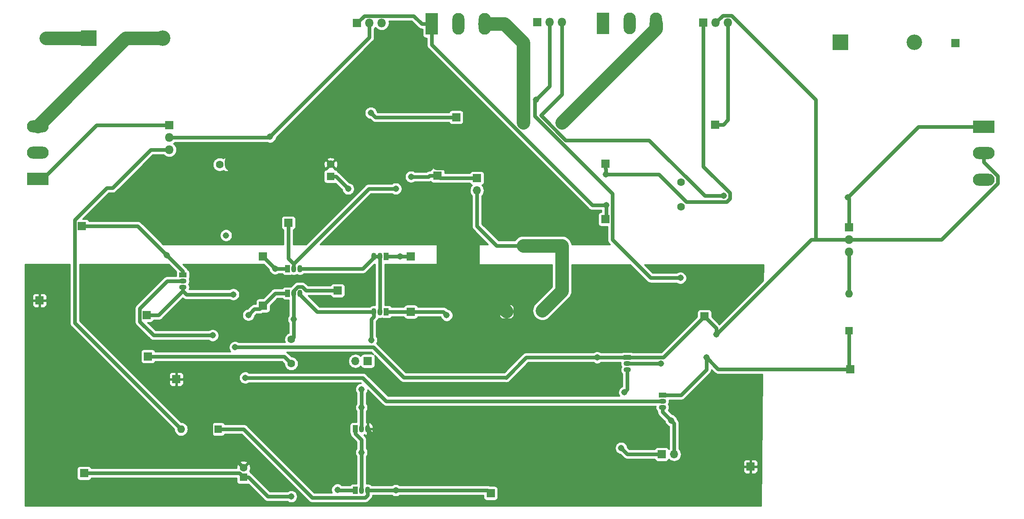
<source format=gbr>
G04 #@! TF.GenerationSoftware,KiCad,Pcbnew,(5.1.2)-2*
G04 #@! TF.CreationDate,2019-07-30T01:55:56-03:00*
G04 #@! TF.ProjectId,amplificador,616d706c-6966-4696-9361-646f722e6b69,rev?*
G04 #@! TF.SameCoordinates,Original*
G04 #@! TF.FileFunction,Copper,L2,Bot*
G04 #@! TF.FilePolarity,Positive*
%FSLAX46Y46*%
G04 Gerber Fmt 4.6, Leading zero omitted, Abs format (unit mm)*
G04 Created by KiCad (PCBNEW (5.1.2)-2) date 2019-07-30 01:55:56*
%MOMM*%
%LPD*%
G04 APERTURE LIST*
%ADD10O,1.800000X1.800000*%
%ADD11R,1.800000X1.800000*%
%ADD12R,1.700000X1.700000*%
%ADD13O,1.700000X1.700000*%
%ADD14O,2.400000X2.400000*%
%ADD15C,2.400000*%
%ADD16C,1.600000*%
%ADD17R,1.600000X1.600000*%
%ADD18O,1.600000X1.600000*%
%ADD19O,3.200000X3.200000*%
%ADD20R,3.200000X3.200000*%
%ADD21R,1.050000X1.500000*%
%ADD22O,1.050000X1.500000*%
%ADD23O,1.500000X1.050000*%
%ADD24R,1.500000X1.050000*%
%ADD25R,4.500000X2.500000*%
%ADD26O,4.500000X2.500000*%
%ADD27O,2.500000X4.500000*%
%ADD28R,2.500000X4.500000*%
%ADD29C,1.309624*%
%ADD30C,1.335024*%
%ADD31C,0.787400*%
%ADD32C,2.799994*%
%ADD33C,0.254000*%
G04 APERTURE END LIST*
D10*
X164338000Y-31496000D03*
X161798000Y-31496000D03*
D11*
X159258000Y-31496000D03*
D12*
X152908000Y-91186000D03*
X56642000Y-88900000D03*
X84836000Y-105156000D03*
X203200000Y-123190000D03*
X107950000Y-72898000D03*
X118110000Y-86868000D03*
D13*
X187452000Y-120650000D03*
D12*
X184912000Y-120650000D03*
D13*
X121754900Y-101422200D03*
D12*
X124294900Y-101422200D03*
D13*
X146817080Y-66207640D03*
D12*
X146817080Y-63667640D03*
D13*
X138689320Y-60629800D03*
D12*
X138689320Y-63169800D03*
X78740000Y-91932760D03*
X149644100Y-128689100D03*
X245478300Y-35775900D03*
X57965340Y-34825940D03*
X160289240Y-90992960D03*
X173288960Y-72153780D03*
X173288960Y-60723780D03*
X142534640Y-51114960D03*
X195945760Y-52638960D03*
X223738440Y-103088440D03*
X193710560Y-92217240D03*
X65849500Y-124561600D03*
X133184900Y-79832200D03*
X102704900Y-79832200D03*
X65379600Y-73583800D03*
X133184900Y-91262200D03*
X102704900Y-89992200D03*
X79019400Y-100462080D03*
D14*
X156362400Y-52197000D03*
D15*
X156362400Y-77597000D03*
D14*
X164325300Y-77622400D03*
D15*
X164325300Y-52222400D03*
D16*
X98704400Y-123399800D03*
D17*
X98704400Y-125399800D03*
D16*
X93770700Y-60845700D03*
D17*
X95770700Y-60845700D03*
D16*
X188904880Y-69575680D03*
X188904880Y-64495680D03*
X108559600Y-101964500D03*
X108559600Y-96964500D03*
D17*
X116674900Y-63322200D03*
D16*
X116674900Y-60822200D03*
D17*
X223520000Y-95123000D03*
D18*
X223520000Y-87503000D03*
X85826600Y-115468400D03*
D17*
X93446600Y-115468400D03*
D19*
X82057240Y-34825940D03*
D20*
X66817240Y-34825940D03*
X221716600Y-35661600D03*
D19*
X236956600Y-35661600D03*
D21*
X107784900Y-87452200D03*
D22*
X110324900Y-87452200D03*
X109054900Y-87452200D03*
D21*
X128104900Y-91262200D03*
D22*
X125564900Y-91262200D03*
X126834900Y-91262200D03*
D23*
X86194900Y-84912200D03*
X86194900Y-86182200D03*
D24*
X86194900Y-83642200D03*
D22*
X126834900Y-79832200D03*
X125564900Y-79832200D03*
D21*
X128104900Y-79832200D03*
D22*
X109054900Y-82372200D03*
X110324900Y-82372200D03*
D21*
X107784900Y-82372200D03*
D24*
X177812700Y-100685600D03*
D23*
X177812700Y-103225600D03*
X177812700Y-101955600D03*
D21*
X121754900Y-115392200D03*
D22*
X124294900Y-115392200D03*
X123024900Y-115392200D03*
D23*
X185044080Y-109687360D03*
X185044080Y-110957360D03*
D24*
X185044080Y-108417360D03*
D22*
X123024900Y-128092200D03*
X124294900Y-128092200D03*
D21*
X121754900Y-128092200D03*
D11*
X223520000Y-73812400D03*
D10*
X223520000Y-76352400D03*
X223520000Y-78892400D03*
X83398360Y-57810400D03*
X83398360Y-55270400D03*
D11*
X83398360Y-52730400D03*
D10*
X198556880Y-31587440D03*
X196016880Y-31587440D03*
D11*
X193476880Y-31587440D03*
X122107960Y-31673800D03*
D10*
X124647960Y-31673800D03*
X127187960Y-31673800D03*
D25*
X251307600Y-53071600D03*
D26*
X251307600Y-58521600D03*
X251307600Y-63971600D03*
D27*
X183711440Y-31734760D03*
X178261440Y-31734760D03*
D28*
X172811440Y-31734760D03*
D27*
X148425760Y-31866840D03*
X142975760Y-31866840D03*
D28*
X137525760Y-31866840D03*
D25*
X56286400Y-63870840D03*
D26*
X56286400Y-58420840D03*
X56286400Y-52970840D03*
D29*
X92341700Y-96111060D03*
X120280140Y-65877440D03*
X164129720Y-126740920D03*
D30*
X151130000Y-71374000D03*
X151130000Y-83312000D03*
D29*
X116687600Y-109672120D03*
D30*
X97282000Y-58166000D03*
D29*
X176542700Y-119367300D03*
X188759880Y-84269800D03*
X159004000Y-47498000D03*
X194132200Y-100685600D03*
X99720400Y-91922600D03*
X140579881Y-91962199D03*
X82887970Y-79560270D03*
X105210610Y-82337910D03*
X130942080Y-79832200D03*
X124957840Y-50200560D03*
X173385480Y-62920880D03*
X173451520Y-69240400D03*
X133243320Y-63383160D03*
X177231040Y-107863640D03*
X184764680Y-101940360D03*
X99060000Y-104866440D03*
X118078272Y-127976608D03*
X223230440Y-67635120D03*
X130088640Y-65857120D03*
X109054900Y-92824300D03*
X95093910Y-75487410D03*
X196130970Y-95958870D03*
X96956880Y-98562160D03*
X171602400Y-100685600D03*
X130093720Y-128092200D03*
X123024900Y-111005620D03*
X123024900Y-107241340D03*
X104169680Y-55137520D03*
X108518960Y-129362200D03*
X96599900Y-87672020D03*
X125044200Y-97063560D03*
X186823300Y-113665000D03*
X123024900Y-120276620D03*
X197693280Y-67320160D03*
D31*
X91776015Y-96111060D02*
X92341700Y-96111060D01*
X91415656Y-96111060D02*
X92341700Y-96111060D01*
X80149638Y-96111060D02*
X91415656Y-96111060D01*
X77296299Y-93257721D02*
X80149638Y-96111060D01*
X77296299Y-90607799D02*
X77296299Y-93257721D01*
X82991898Y-84912200D02*
X77296299Y-90607799D01*
X86194900Y-84912200D02*
X82991898Y-84912200D01*
X117724900Y-63322200D02*
X120280140Y-65877440D01*
X116674900Y-63322200D02*
X117724900Y-63322200D01*
X120280140Y-65877440D02*
X120280140Y-65877440D01*
X92052899Y-116748299D02*
X92052899Y-114193439D01*
X98704400Y-123399800D02*
X92052899Y-116748299D01*
D32*
X96170698Y-60221306D02*
X96170698Y-60845700D01*
X97282000Y-58166000D02*
X97282000Y-59110004D01*
X139891401Y-60629800D02*
X141085201Y-59436000D01*
X138689320Y-60629800D02*
X139891401Y-60629800D01*
X147165437Y-59436000D02*
X151130000Y-63400563D01*
X141085201Y-59436000D02*
X147165437Y-59436000D01*
X151130000Y-63400563D02*
X151130000Y-71374000D01*
X151130000Y-71374000D02*
X151130000Y-71374000D01*
X151130000Y-89408000D02*
X152908000Y-91186000D01*
X151130000Y-83312000D02*
X151130000Y-89408000D01*
X97282000Y-59110004D02*
X96170698Y-60221306D01*
D31*
X92052899Y-114193439D02*
X96574218Y-109672120D01*
X96574218Y-109672120D02*
X97008558Y-109672120D01*
X164129720Y-126740920D02*
X135418620Y-126740920D01*
X116687600Y-109672120D02*
X97008558Y-109672120D01*
X135418620Y-126740920D02*
X124294900Y-115617200D01*
X124294900Y-115617200D02*
X124294900Y-115392200D01*
X177825400Y-120650000D02*
X176542700Y-119367300D01*
X184912000Y-120650000D02*
X177825400Y-120650000D01*
X161798000Y-31496000D02*
X161798000Y-44704000D01*
X158750000Y-47752000D02*
X158750000Y-50863034D01*
X161798000Y-44704000D02*
X159004000Y-47498000D01*
X158750000Y-50863034D02*
X174732661Y-66845695D01*
X182636318Y-84269800D02*
X188759880Y-84269800D01*
X174732661Y-66845695D02*
X174732661Y-76366143D01*
X174732661Y-76366143D02*
X182636318Y-84269800D01*
X159004000Y-47498000D02*
X158750000Y-47752000D01*
X223520000Y-102870000D02*
X223738440Y-103088440D01*
X223520000Y-95123000D02*
X223520000Y-102870000D01*
X196535040Y-103088440D02*
X194132200Y-100685600D01*
X223738440Y-103088440D02*
X196535040Y-103088440D01*
X185269080Y-108417360D02*
X185284320Y-108432600D01*
X185044080Y-108417360D02*
X185269080Y-108417360D01*
X185284320Y-108432600D02*
X188864240Y-108432600D01*
X194132200Y-101251285D02*
X194132200Y-100685600D01*
X194132200Y-103164640D02*
X194132200Y-101251285D01*
X188864240Y-108432600D02*
X194132200Y-103164640D01*
X223520000Y-78892400D02*
X223520000Y-87503000D01*
X85026601Y-114668401D02*
X85826600Y-115468400D01*
X64327199Y-93968999D02*
X64498220Y-94140020D01*
X83398360Y-57810400D02*
X79595446Y-57810400D01*
X64354599Y-93996399D02*
X64498220Y-94140020D01*
X64498220Y-94140020D02*
X85026601Y-114668401D01*
X63935899Y-93577699D02*
X64354599Y-93996399D01*
X63935899Y-72258839D02*
X63935899Y-93577699D01*
X70480197Y-65714541D02*
X63935899Y-72258839D01*
X71691305Y-65714541D02*
X70480197Y-65714541D01*
X79595446Y-57810400D02*
X71691305Y-65714541D01*
D32*
X74431300Y-34825940D02*
X82057240Y-34825940D01*
X56286400Y-52970840D02*
X74431300Y-34825940D01*
X57965340Y-34825940D02*
X66817240Y-34825940D01*
D31*
X221990920Y-35935920D02*
X221716600Y-35661600D01*
X237070900Y-35775900D02*
X236956600Y-35661600D01*
X105244900Y-87452200D02*
X102704900Y-89992200D01*
X107784900Y-87452200D02*
X105244900Y-87452200D01*
X102004901Y-90692199D02*
X100950801Y-90692199D01*
X102704900Y-89992200D02*
X102004901Y-90692199D01*
X100950801Y-90692199D02*
X99720400Y-91922600D01*
X99720400Y-91922600D02*
X99720400Y-91922600D01*
X140579881Y-91962199D02*
X140579881Y-91962199D01*
X139879882Y-91262200D02*
X140579881Y-91962199D01*
X133184900Y-91262200D02*
X139879882Y-91262200D01*
X128104900Y-91262200D02*
X133184900Y-91262200D01*
X86194900Y-82867200D02*
X86194900Y-83642200D01*
X76911500Y-73583800D02*
X82887970Y-79560270D01*
X65379600Y-73583800D02*
X76911500Y-73583800D01*
X82887970Y-79560270D02*
X86194900Y-82867200D01*
X105244900Y-82372200D02*
X105210610Y-82337910D01*
X107784900Y-82372200D02*
X105244900Y-82372200D01*
X105210610Y-82337910D02*
X102704900Y-79832200D01*
X132194951Y-79832200D02*
X130942080Y-79832200D01*
X133184900Y-79832200D02*
X132194951Y-79832200D01*
X130942080Y-79832200D02*
X128104900Y-79832200D01*
X197583160Y-52638960D02*
X195945760Y-52638960D01*
X198556880Y-51665240D02*
X197583160Y-52638960D01*
X198556880Y-31587440D02*
X198556880Y-51665240D01*
X125872240Y-51114960D02*
X124957840Y-50200560D01*
X142534640Y-51114960D02*
X125872240Y-51114960D01*
X173288960Y-61713729D02*
X173385480Y-61810249D01*
X173288960Y-60723780D02*
X173288960Y-61713729D01*
X173385480Y-61810249D02*
X173385480Y-62920880D01*
X173385480Y-62920880D02*
X173385480Y-62920880D01*
X174311524Y-62920880D02*
X173385480Y-62920880D01*
X184312758Y-62920880D02*
X174311524Y-62920880D01*
X189960551Y-68568673D02*
X184312758Y-62920880D01*
X198292567Y-68568673D02*
X189960551Y-68568673D01*
X198941793Y-67919447D02*
X198292567Y-68568673D01*
X198941793Y-66720873D02*
X198941793Y-67919447D01*
X193476880Y-61255960D02*
X198941793Y-66720873D01*
X193476880Y-31587440D02*
X193476880Y-61255960D01*
X173451520Y-71991220D02*
X173288960Y-72153780D01*
X173451520Y-69240400D02*
X173451520Y-71991220D01*
X135488360Y-31866840D02*
X137525760Y-31866840D01*
X133801619Y-30180099D02*
X135488360Y-31866840D01*
X123601661Y-30180099D02*
X133801619Y-30180099D01*
X122107960Y-31673800D02*
X123601661Y-30180099D01*
X172525476Y-69240400D02*
X173451520Y-69240400D01*
X170586273Y-69240400D02*
X172525476Y-69240400D01*
X137525760Y-36179887D02*
X170586273Y-69240400D01*
X137525760Y-31866840D02*
X137525760Y-36179887D01*
X139187160Y-63667640D02*
X138689320Y-63169800D01*
X146817080Y-63667640D02*
X139187160Y-63667640D01*
X137051920Y-63169800D02*
X136838560Y-63383160D01*
X138689320Y-63169800D02*
X137051920Y-63169800D01*
X136838560Y-63383160D02*
X133243320Y-63383160D01*
X133243320Y-63383160D02*
X133243320Y-63383160D01*
X126834900Y-79832200D02*
X126834900Y-91262200D01*
X111099900Y-82372200D02*
X110324900Y-82372200D01*
X123249900Y-82372200D02*
X111099900Y-82372200D01*
X125564900Y-80057200D02*
X123249900Y-82372200D01*
X125564900Y-79832200D02*
X125564900Y-80057200D01*
X126834900Y-79832200D02*
X125564900Y-79832200D01*
X177812700Y-107281980D02*
X177231040Y-107863640D01*
X177812700Y-103225600D02*
X177812700Y-107281980D01*
X178812700Y-101955600D02*
X178827940Y-101940360D01*
X177812700Y-101955600D02*
X178812700Y-101955600D01*
X178827940Y-101940360D02*
X184764680Y-101940360D01*
X184764680Y-101940360D02*
X184764680Y-101940360D01*
X128123802Y-109687360D02*
X123302882Y-104866440D01*
X185044080Y-109687360D02*
X128123802Y-109687360D01*
X123302882Y-104866440D02*
X99060000Y-104866440D01*
X99060000Y-104866440D02*
X99060000Y-104866440D01*
X118193864Y-128092200D02*
X118078272Y-127976608D01*
X121754900Y-128092200D02*
X118193864Y-128092200D01*
X223520000Y-67924680D02*
X223230440Y-67635120D01*
X223520000Y-73812400D02*
X223520000Y-67924680D01*
X237793960Y-53071600D02*
X223230440Y-67635120D01*
X251307600Y-53071600D02*
X237793960Y-53071600D01*
X81710960Y-52730400D02*
X83398360Y-52730400D01*
X68426840Y-52730400D02*
X81710960Y-52730400D01*
X57286400Y-63870840D02*
X68426840Y-52730400D01*
X56286400Y-63870840D02*
X57286400Y-63870840D01*
D32*
X183711440Y-32836260D02*
X183711440Y-31734760D01*
X164325300Y-52222400D02*
X183711440Y-32836260D01*
X156362400Y-35753486D02*
X156362400Y-52197000D01*
X148425760Y-31866840D02*
X152475754Y-31866840D01*
X152475754Y-31866840D02*
X156362400Y-35753486D01*
D31*
X109054900Y-82372200D02*
X109054900Y-82215105D01*
X129162596Y-65857120D02*
X130088640Y-65857120D01*
X124515180Y-65857120D02*
X129162596Y-65857120D01*
X109054900Y-81317400D02*
X124515180Y-65857120D01*
X109054900Y-82372200D02*
X109054900Y-81317400D01*
X107950000Y-80212500D02*
X109054900Y-81317400D01*
X107950000Y-72898000D02*
X107950000Y-80212500D01*
X107057180Y-100462080D02*
X108559600Y-101964500D01*
X79019400Y-100462080D02*
X107057180Y-100462080D01*
X109054900Y-96469200D02*
X108559600Y-96964500D01*
X109054900Y-87452200D02*
X109054900Y-92824300D01*
X109054900Y-92824300D02*
X109054900Y-96469200D01*
X109054900Y-86915106D02*
X109054900Y-87452200D01*
X109861516Y-86108490D02*
X109054900Y-86915106D01*
X110788284Y-86108490D02*
X109861516Y-86108490D01*
X118110000Y-86868000D02*
X111547794Y-86868000D01*
X111547794Y-86868000D02*
X110788284Y-86108490D01*
X196130970Y-94637650D02*
X196130970Y-95958870D01*
X193710560Y-92217240D02*
X196130970Y-94637650D01*
X185242200Y-100685600D02*
X177812700Y-100685600D01*
X193710560Y-92217240D02*
X185242200Y-100685600D01*
X177812700Y-100685600D02*
X171602400Y-100685600D01*
X156987240Y-100685600D02*
X152887680Y-104785160D01*
X152887680Y-104785160D02*
X152821640Y-104851200D01*
X152887680Y-104785160D02*
X131692798Y-104785160D01*
X96956880Y-98562160D02*
X96956880Y-98562160D01*
X125469798Y-98562160D02*
X96956880Y-98562160D01*
X131692798Y-104785160D02*
X125469798Y-98562160D01*
X224792792Y-76352400D02*
X223520000Y-76352400D01*
X242534199Y-76352400D02*
X224792792Y-76352400D01*
X254151310Y-64735289D02*
X242534199Y-76352400D01*
X254151310Y-63207911D02*
X254151310Y-64735289D01*
X251307600Y-60364201D02*
X254151310Y-63207911D01*
X251307600Y-58521600D02*
X251307600Y-60364201D01*
X215737440Y-76352400D02*
X196130970Y-95958870D01*
X216636600Y-47456482D02*
X216636600Y-76352400D01*
X199273857Y-30093739D02*
X216636600Y-47456482D01*
X197510581Y-30093739D02*
X199273857Y-30093739D01*
X196016880Y-31587440D02*
X197510581Y-30093739D01*
X223520000Y-76352400D02*
X216636600Y-76352400D01*
X216636600Y-76352400D02*
X215737440Y-76352400D01*
X171602400Y-100685600D02*
X156987240Y-100685600D01*
X94496600Y-115468400D02*
X93446600Y-115468400D01*
X98710602Y-115468400D02*
X94496600Y-115468400D01*
X112868562Y-129626360D02*
X98710602Y-115468400D01*
X123760740Y-129626360D02*
X112868562Y-129626360D01*
X124294900Y-129092200D02*
X123760740Y-129626360D01*
X124294900Y-128092200D02*
X124294900Y-129092200D01*
X149047200Y-128092200D02*
X149644100Y-128689100D01*
X124294900Y-128092200D02*
X130093720Y-128092200D01*
X130093720Y-128092200D02*
X149047200Y-128092200D01*
X123024900Y-115392200D02*
X123024900Y-111005620D01*
X123024900Y-111005620D02*
X123024900Y-107241340D01*
X123024900Y-107241340D02*
X123024900Y-107241340D01*
X84671152Y-55270400D02*
X83398360Y-55270400D01*
X104036800Y-55270400D02*
X84671152Y-55270400D01*
X104169680Y-55137520D02*
X104036800Y-55270400D01*
X97866200Y-124561600D02*
X98704400Y-125399800D01*
X65849500Y-124561600D02*
X97866200Y-124561600D01*
X99754400Y-125399800D02*
X98704400Y-125399800D01*
X108518960Y-129362200D02*
X103716800Y-129362200D01*
X103716800Y-129362200D02*
X99754400Y-125399800D01*
X124647960Y-34659240D02*
X104169680Y-55137520D01*
X124647960Y-31673800D02*
X124647960Y-34659240D01*
X156387800Y-77622400D02*
X156362400Y-77597000D01*
D32*
X164299900Y-77597000D02*
X164325300Y-77622400D01*
X156362400Y-77597000D02*
X164299900Y-77597000D01*
X164325300Y-86956900D02*
X160289240Y-90992960D01*
X164325300Y-77622400D02*
X164325300Y-86956900D01*
D31*
X146817080Y-73573640D02*
X146817080Y-66207640D01*
X156362400Y-77597000D02*
X150840440Y-77597000D01*
X150840440Y-77597000D02*
X146817080Y-73573640D01*
X96034215Y-87672020D02*
X96599900Y-87672020D01*
X86909720Y-87672020D02*
X96034215Y-87672020D01*
X86194900Y-86957200D02*
X86909720Y-87672020D01*
X86194900Y-86957200D02*
X86194900Y-86182200D01*
X81219340Y-91932760D02*
X86194900Y-86957200D01*
X78740000Y-91932760D02*
X81219340Y-91932760D01*
X110324900Y-87677200D02*
X110324900Y-87452200D01*
X113909900Y-91262200D02*
X110324900Y-87677200D01*
X125564900Y-91262200D02*
X113909900Y-91262200D01*
X125564900Y-92262200D02*
X125044200Y-92782900D01*
X125564900Y-91262200D02*
X125564900Y-92262200D01*
X125044200Y-92782900D02*
X125044200Y-97063560D01*
X125044200Y-97063560D02*
X125044200Y-97322640D01*
X185044080Y-111885780D02*
X186823300Y-113665000D01*
X185044080Y-110957360D02*
X185044080Y-111885780D01*
X187452000Y-114293700D02*
X186823300Y-113665000D01*
X187452000Y-120650000D02*
X187452000Y-114293700D01*
X123024900Y-127092200D02*
X123024900Y-128092200D01*
X123024900Y-117662200D02*
X123024900Y-120276620D01*
X121754900Y-116392200D02*
X123024900Y-117662200D01*
X121754900Y-115392200D02*
X121754900Y-116392200D01*
X123024900Y-120276620D02*
X123024900Y-127092200D01*
X160020000Y-50736626D02*
X165122734Y-55839360D01*
X182311238Y-55839360D02*
X193792038Y-67320160D01*
X165122734Y-55839360D02*
X182311238Y-55839360D01*
X193792038Y-67320160D02*
X197693280Y-67320160D01*
X197693280Y-67320160D02*
X197693280Y-67320160D01*
X164338000Y-46418626D02*
X160020000Y-50736626D01*
X164338000Y-31496000D02*
X164338000Y-46418626D01*
D33*
G36*
X147193000Y-84963000D02*
G01*
X138557000Y-84963000D01*
X138557000Y-76327000D01*
X147193000Y-76327000D01*
X147193000Y-84963000D01*
X147193000Y-84963000D01*
G37*
X147193000Y-84963000D02*
X138557000Y-84963000D01*
X138557000Y-76327000D01*
X147193000Y-76327000D01*
X147193000Y-84963000D01*
G36*
X62907199Y-81414960D02*
G01*
X62907200Y-93527165D01*
X62902223Y-93577699D01*
X62922084Y-93779359D01*
X62980907Y-93973270D01*
X63076429Y-94151979D01*
X63172767Y-94269368D01*
X63172770Y-94269371D01*
X63204980Y-94308619D01*
X63244228Y-94340829D01*
X63735088Y-94831689D01*
X84334931Y-115431533D01*
X84334937Y-115431538D01*
X84386062Y-115482663D01*
X84412364Y-115749709D01*
X84494418Y-116020208D01*
X84627668Y-116269501D01*
X84806992Y-116488008D01*
X85025499Y-116667332D01*
X85274792Y-116800582D01*
X85545291Y-116882636D01*
X85756108Y-116903400D01*
X85897092Y-116903400D01*
X86107909Y-116882636D01*
X86378408Y-116800582D01*
X86627701Y-116667332D01*
X86846208Y-116488008D01*
X87025532Y-116269501D01*
X87158782Y-116020208D01*
X87240836Y-115749709D01*
X87268543Y-115468400D01*
X87240836Y-115187091D01*
X87158782Y-114916592D01*
X87025532Y-114667299D01*
X86846208Y-114448792D01*
X86627701Y-114269468D01*
X86378408Y-114136218D01*
X86107909Y-114054164D01*
X85897092Y-114033400D01*
X85846401Y-114033400D01*
X85789738Y-113976737D01*
X85789733Y-113976731D01*
X77819002Y-106006000D01*
X83347928Y-106006000D01*
X83360188Y-106130482D01*
X83396498Y-106250180D01*
X83455463Y-106360494D01*
X83534815Y-106457185D01*
X83631506Y-106536537D01*
X83741820Y-106595502D01*
X83861518Y-106631812D01*
X83986000Y-106644072D01*
X84550250Y-106641000D01*
X84709000Y-106482250D01*
X84709000Y-105283000D01*
X84963000Y-105283000D01*
X84963000Y-106482250D01*
X85121750Y-106641000D01*
X85686000Y-106644072D01*
X85810482Y-106631812D01*
X85930180Y-106595502D01*
X86040494Y-106536537D01*
X86137185Y-106457185D01*
X86216537Y-106360494D01*
X86275502Y-106250180D01*
X86311812Y-106130482D01*
X86324072Y-106006000D01*
X86321000Y-105441750D01*
X86162250Y-105283000D01*
X84963000Y-105283000D01*
X84709000Y-105283000D01*
X83509750Y-105283000D01*
X83351000Y-105441750D01*
X83347928Y-106006000D01*
X77819002Y-106006000D01*
X76119002Y-104306000D01*
X83347928Y-104306000D01*
X83351000Y-104870250D01*
X83509750Y-105029000D01*
X84709000Y-105029000D01*
X84709000Y-103829750D01*
X84963000Y-103829750D01*
X84963000Y-105029000D01*
X86162250Y-105029000D01*
X86321000Y-104870250D01*
X86324072Y-104306000D01*
X86311812Y-104181518D01*
X86275502Y-104061820D01*
X86216537Y-103951506D01*
X86137185Y-103854815D01*
X86040494Y-103775463D01*
X85930180Y-103716498D01*
X85810482Y-103680188D01*
X85686000Y-103667928D01*
X85121750Y-103671000D01*
X84963000Y-103829750D01*
X84709000Y-103829750D01*
X84550250Y-103671000D01*
X83986000Y-103667928D01*
X83861518Y-103680188D01*
X83741820Y-103716498D01*
X83631506Y-103775463D01*
X83534815Y-103854815D01*
X83455463Y-103951506D01*
X83396498Y-104061820D01*
X83360188Y-104181518D01*
X83347928Y-104306000D01*
X76119002Y-104306000D01*
X65189889Y-93376888D01*
X64964599Y-93151598D01*
X64964599Y-81416671D01*
X83304828Y-81431929D01*
X84829917Y-82957019D01*
X84819088Y-82992718D01*
X84806828Y-83117200D01*
X84806828Y-83883500D01*
X83042419Y-83883500D01*
X82991897Y-83878524D01*
X82941375Y-83883500D01*
X82941366Y-83883500D01*
X82790238Y-83898385D01*
X82596327Y-83957207D01*
X82417618Y-84052729D01*
X82417616Y-84052730D01*
X82417617Y-84052730D01*
X82307909Y-84142765D01*
X82260978Y-84181280D01*
X82228768Y-84220528D01*
X76604632Y-89844665D01*
X76565379Y-89876879D01*
X76436828Y-90033519D01*
X76341306Y-90212229D01*
X76324382Y-90268020D01*
X76283519Y-90402729D01*
X76282484Y-90406140D01*
X76267599Y-90557268D01*
X76267599Y-90557275D01*
X76262623Y-90607799D01*
X76267599Y-90658324D01*
X76267600Y-93207187D01*
X76262623Y-93257721D01*
X76282484Y-93459381D01*
X76341307Y-93653292D01*
X76436829Y-93832001D01*
X76533167Y-93949390D01*
X76533170Y-93949393D01*
X76565380Y-93988641D01*
X76604628Y-94020851D01*
X79386508Y-96802732D01*
X79418718Y-96841980D01*
X79457966Y-96874190D01*
X79457968Y-96874192D01*
X79506308Y-96913863D01*
X79575358Y-96970531D01*
X79711836Y-97043480D01*
X79754067Y-97066053D01*
X79947977Y-97124875D01*
X80149638Y-97144737D01*
X80200170Y-97139760D01*
X91559657Y-97139760D01*
X91730745Y-97254077D01*
X91965476Y-97351305D01*
X92214665Y-97400872D01*
X92468735Y-97400872D01*
X92717924Y-97351305D01*
X92952655Y-97254077D01*
X93163907Y-97112923D01*
X93343563Y-96933267D01*
X93484717Y-96722015D01*
X93581945Y-96487284D01*
X93631512Y-96238095D01*
X93631512Y-95984025D01*
X93581945Y-95734836D01*
X93484717Y-95500105D01*
X93343563Y-95288853D01*
X93163907Y-95109197D01*
X92952655Y-94968043D01*
X92717924Y-94870815D01*
X92468735Y-94821248D01*
X92214665Y-94821248D01*
X91965476Y-94870815D01*
X91730745Y-94968043D01*
X91559657Y-95082360D01*
X80575740Y-95082360D01*
X78914211Y-93420832D01*
X79590000Y-93420832D01*
X79714482Y-93408572D01*
X79834180Y-93372262D01*
X79944494Y-93313297D01*
X80041185Y-93233945D01*
X80120537Y-93137254D01*
X80179502Y-93026940D01*
X80199365Y-92961460D01*
X81168816Y-92961460D01*
X81219340Y-92966436D01*
X81269864Y-92961460D01*
X81269872Y-92961460D01*
X81421000Y-92946575D01*
X81614911Y-92887753D01*
X81793620Y-92792231D01*
X81950260Y-92663680D01*
X81982474Y-92624427D01*
X86192620Y-88414281D01*
X86218048Y-88435150D01*
X86218050Y-88435152D01*
X86279859Y-88485877D01*
X86335440Y-88531491D01*
X86514149Y-88627013D01*
X86708060Y-88685835D01*
X86859188Y-88700720D01*
X86859197Y-88700720D01*
X86909719Y-88705696D01*
X86960241Y-88700720D01*
X95817857Y-88700720D01*
X95988945Y-88815037D01*
X96223676Y-88912265D01*
X96472865Y-88961832D01*
X96726935Y-88961832D01*
X96976124Y-88912265D01*
X97210855Y-88815037D01*
X97422107Y-88673883D01*
X97601763Y-88494227D01*
X97742917Y-88282975D01*
X97840145Y-88048244D01*
X97889712Y-87799055D01*
X97889712Y-87544985D01*
X97840145Y-87295796D01*
X97742917Y-87061065D01*
X97601763Y-86849813D01*
X97422107Y-86670157D01*
X97210855Y-86529003D01*
X96976124Y-86431775D01*
X96726935Y-86382208D01*
X96472865Y-86382208D01*
X96223676Y-86431775D01*
X95988945Y-86529003D01*
X95817857Y-86643320D01*
X87488735Y-86643320D01*
X87496785Y-86628260D01*
X87563115Y-86409600D01*
X87585512Y-86182200D01*
X87563115Y-85954800D01*
X87496785Y-85736140D01*
X87395795Y-85547200D01*
X87496785Y-85358260D01*
X87563115Y-85139600D01*
X87585512Y-84912200D01*
X87563115Y-84684800D01*
X87499807Y-84476102D01*
X87534402Y-84411380D01*
X87570712Y-84291682D01*
X87582972Y-84167200D01*
X87582972Y-83117200D01*
X87570712Y-82992718D01*
X87534402Y-82873020D01*
X87475437Y-82762706D01*
X87396085Y-82666015D01*
X87299394Y-82586663D01*
X87189080Y-82527698D01*
X87164654Y-82520288D01*
X87149893Y-82471629D01*
X87054371Y-82292920D01*
X87023972Y-82255878D01*
X86958032Y-82175530D01*
X86958030Y-82175528D01*
X86925820Y-82136280D01*
X86886572Y-82104070D01*
X86216854Y-81434352D01*
X102866102Y-81448203D01*
X103930222Y-82512324D01*
X103970365Y-82714134D01*
X104067593Y-82948865D01*
X104208747Y-83160117D01*
X104388403Y-83339773D01*
X104599655Y-83480927D01*
X104834386Y-83578155D01*
X105083575Y-83627722D01*
X105337645Y-83627722D01*
X105586834Y-83578155D01*
X105821565Y-83480927D01*
X105941334Y-83400900D01*
X106688850Y-83400900D01*
X106729363Y-83476694D01*
X106808715Y-83573385D01*
X106905406Y-83652737D01*
X107015720Y-83711702D01*
X107135418Y-83748012D01*
X107259900Y-83760272D01*
X108309900Y-83760272D01*
X108434382Y-83748012D01*
X108554080Y-83711702D01*
X108618802Y-83677107D01*
X108827501Y-83740415D01*
X109054900Y-83762812D01*
X109282300Y-83740415D01*
X109500960Y-83674085D01*
X109689901Y-83573094D01*
X109878841Y-83674085D01*
X110097501Y-83740415D01*
X110324900Y-83762812D01*
X110552300Y-83740415D01*
X110770960Y-83674085D01*
X110972479Y-83566371D01*
X111149112Y-83421412D01*
X111165946Y-83400900D01*
X123199376Y-83400900D01*
X123249900Y-83405876D01*
X123300424Y-83400900D01*
X123300432Y-83400900D01*
X123451560Y-83386015D01*
X123645471Y-83327193D01*
X123824180Y-83231671D01*
X123980820Y-83103120D01*
X124013034Y-83063867D01*
X125609776Y-81467125D01*
X125806200Y-81467288D01*
X125806201Y-89898202D01*
X125792300Y-89893985D01*
X125564900Y-89871588D01*
X125337501Y-89893985D01*
X125118841Y-89960315D01*
X124917322Y-90068029D01*
X124740689Y-90212988D01*
X124723855Y-90233500D01*
X114336001Y-90233500D01*
X111999201Y-87896700D01*
X116650635Y-87896700D01*
X116670498Y-87962180D01*
X116729463Y-88072494D01*
X116808815Y-88169185D01*
X116905506Y-88248537D01*
X117015820Y-88307502D01*
X117135518Y-88343812D01*
X117260000Y-88356072D01*
X118960000Y-88356072D01*
X119084482Y-88343812D01*
X119204180Y-88307502D01*
X119314494Y-88248537D01*
X119411185Y-88169185D01*
X119490537Y-88072494D01*
X119549502Y-87962180D01*
X119585812Y-87842482D01*
X119598072Y-87718000D01*
X119598072Y-86018000D01*
X119585812Y-85893518D01*
X119549502Y-85773820D01*
X119490537Y-85663506D01*
X119411185Y-85566815D01*
X119314494Y-85487463D01*
X119204180Y-85428498D01*
X119084482Y-85392188D01*
X118960000Y-85379928D01*
X117260000Y-85379928D01*
X117135518Y-85392188D01*
X117015820Y-85428498D01*
X116905506Y-85487463D01*
X116808815Y-85566815D01*
X116729463Y-85663506D01*
X116670498Y-85773820D01*
X116650635Y-85839300D01*
X111973896Y-85839300D01*
X111551418Y-85416823D01*
X111519204Y-85377570D01*
X111362564Y-85249019D01*
X111183855Y-85153497D01*
X110989944Y-85094675D01*
X110838816Y-85079790D01*
X110838808Y-85079790D01*
X110788284Y-85074814D01*
X110737760Y-85079790D01*
X109912037Y-85079790D01*
X109861515Y-85074814D01*
X109810993Y-85079790D01*
X109810984Y-85079790D01*
X109659856Y-85094675D01*
X109465945Y-85153497D01*
X109287236Y-85249019D01*
X109287234Y-85249020D01*
X109287235Y-85249020D01*
X109220879Y-85303477D01*
X109130596Y-85377570D01*
X109098386Y-85416818D01*
X108437785Y-86077420D01*
X108434382Y-86076388D01*
X108309900Y-86064128D01*
X107259900Y-86064128D01*
X107135418Y-86076388D01*
X107015720Y-86112698D01*
X106905406Y-86171663D01*
X106808715Y-86251015D01*
X106729363Y-86347706D01*
X106688850Y-86423500D01*
X105295421Y-86423500D01*
X105244899Y-86418524D01*
X105194377Y-86423500D01*
X105194368Y-86423500D01*
X105043240Y-86438385D01*
X104849329Y-86497207D01*
X104670620Y-86592729D01*
X104513980Y-86721280D01*
X104481766Y-86760533D01*
X102738171Y-88504128D01*
X101854900Y-88504128D01*
X101730418Y-88516388D01*
X101610720Y-88552698D01*
X101500406Y-88611663D01*
X101403715Y-88691015D01*
X101324363Y-88787706D01*
X101265398Y-88898020D01*
X101229088Y-89017718D01*
X101216828Y-89142200D01*
X101216828Y-89663499D01*
X101001333Y-89663499D01*
X100950801Y-89658522D01*
X100749140Y-89678384D01*
X100555230Y-89737206D01*
X100376521Y-89832728D01*
X100376519Y-89832729D01*
X100376520Y-89832729D01*
X100325644Y-89874482D01*
X100219881Y-89961279D01*
X100187671Y-90000527D01*
X99545986Y-90642212D01*
X99344176Y-90682355D01*
X99109445Y-90779583D01*
X98898193Y-90920737D01*
X98718537Y-91100393D01*
X98577383Y-91311645D01*
X98480155Y-91546376D01*
X98430588Y-91795565D01*
X98430588Y-92049635D01*
X98480155Y-92298824D01*
X98577383Y-92533555D01*
X98718537Y-92744807D01*
X98898193Y-92924463D01*
X99109445Y-93065617D01*
X99344176Y-93162845D01*
X99593365Y-93212412D01*
X99847435Y-93212412D01*
X100096624Y-93162845D01*
X100331355Y-93065617D01*
X100542607Y-92924463D01*
X100722263Y-92744807D01*
X100863417Y-92533555D01*
X100960645Y-92298824D01*
X101000788Y-92097014D01*
X101376903Y-91720899D01*
X101954377Y-91720899D01*
X102004901Y-91725875D01*
X102055425Y-91720899D01*
X102055433Y-91720899D01*
X102206561Y-91706014D01*
X102400472Y-91647192D01*
X102579181Y-91551670D01*
X102666180Y-91480272D01*
X103554900Y-91480272D01*
X103679382Y-91468012D01*
X103799080Y-91431702D01*
X103909394Y-91372737D01*
X104006085Y-91293385D01*
X104085437Y-91196694D01*
X104144402Y-91086380D01*
X104180712Y-90966682D01*
X104192972Y-90842200D01*
X104192972Y-89958929D01*
X105671001Y-88480900D01*
X106688850Y-88480900D01*
X106729363Y-88556694D01*
X106808715Y-88653385D01*
X106905406Y-88732737D01*
X107015720Y-88791702D01*
X107135418Y-88828012D01*
X107259900Y-88840272D01*
X108026200Y-88840272D01*
X108026201Y-92042256D01*
X107911883Y-92213345D01*
X107814655Y-92448076D01*
X107765088Y-92697265D01*
X107765088Y-92951335D01*
X107814655Y-93200524D01*
X107911883Y-93435255D01*
X108026200Y-93606343D01*
X108026201Y-95632209D01*
X107879873Y-95692820D01*
X107644841Y-95849863D01*
X107444963Y-96049741D01*
X107287920Y-96284773D01*
X107179747Y-96545926D01*
X107124600Y-96823165D01*
X107124600Y-97105835D01*
X107179747Y-97383074D01*
X107242039Y-97533460D01*
X97738923Y-97533460D01*
X97567835Y-97419143D01*
X97333104Y-97321915D01*
X97083915Y-97272348D01*
X96829845Y-97272348D01*
X96580656Y-97321915D01*
X96345925Y-97419143D01*
X96134673Y-97560297D01*
X95955017Y-97739953D01*
X95813863Y-97951205D01*
X95716635Y-98185936D01*
X95667068Y-98435125D01*
X95667068Y-98689195D01*
X95716635Y-98938384D01*
X95813863Y-99173115D01*
X95955017Y-99384367D01*
X96004030Y-99433380D01*
X80478765Y-99433380D01*
X80458902Y-99367900D01*
X80399937Y-99257586D01*
X80320585Y-99160895D01*
X80223894Y-99081543D01*
X80113580Y-99022578D01*
X79993882Y-98986268D01*
X79869400Y-98974008D01*
X78169400Y-98974008D01*
X78044918Y-98986268D01*
X77925220Y-99022578D01*
X77814906Y-99081543D01*
X77718215Y-99160895D01*
X77638863Y-99257586D01*
X77579898Y-99367900D01*
X77543588Y-99487598D01*
X77531328Y-99612080D01*
X77531328Y-101312080D01*
X77543588Y-101436562D01*
X77579898Y-101556260D01*
X77638863Y-101666574D01*
X77718215Y-101763265D01*
X77814906Y-101842617D01*
X77925220Y-101901582D01*
X78044918Y-101937892D01*
X78169400Y-101950152D01*
X79869400Y-101950152D01*
X79993882Y-101937892D01*
X80113580Y-101901582D01*
X80223894Y-101842617D01*
X80320585Y-101763265D01*
X80399937Y-101666574D01*
X80458902Y-101556260D01*
X80478765Y-101490780D01*
X106631079Y-101490780D01*
X107124600Y-101984302D01*
X107124600Y-102105835D01*
X107179747Y-102383074D01*
X107287920Y-102644227D01*
X107444963Y-102879259D01*
X107644841Y-103079137D01*
X107879873Y-103236180D01*
X108141026Y-103344353D01*
X108418265Y-103399500D01*
X108700935Y-103399500D01*
X108978174Y-103344353D01*
X109239327Y-103236180D01*
X109474359Y-103079137D01*
X109674237Y-102879259D01*
X109831280Y-102644227D01*
X109939453Y-102383074D01*
X109994600Y-102105835D01*
X109994600Y-101823165D01*
X109939453Y-101545926D01*
X109831280Y-101284773D01*
X109674237Y-101049741D01*
X109474359Y-100849863D01*
X109239327Y-100692820D01*
X108978174Y-100584647D01*
X108700935Y-100529500D01*
X108579402Y-100529500D01*
X107820314Y-99770413D01*
X107788100Y-99731160D01*
X107631460Y-99602609D01*
X107609479Y-99590860D01*
X125043697Y-99590860D01*
X125488880Y-100036043D01*
X125389080Y-99982698D01*
X125269382Y-99946388D01*
X125144900Y-99934128D01*
X123444900Y-99934128D01*
X123320418Y-99946388D01*
X123200720Y-99982698D01*
X123090406Y-100041663D01*
X122993715Y-100121015D01*
X122914363Y-100217706D01*
X122855398Y-100328020D01*
X122834507Y-100396887D01*
X122810034Y-100367066D01*
X122583914Y-100181494D01*
X122325934Y-100043601D01*
X122046011Y-99958687D01*
X121827850Y-99937200D01*
X121681950Y-99937200D01*
X121463789Y-99958687D01*
X121183866Y-100043601D01*
X120925886Y-100181494D01*
X120699766Y-100367066D01*
X120514194Y-100593186D01*
X120376301Y-100851166D01*
X120291387Y-101131089D01*
X120262715Y-101422200D01*
X120291387Y-101713311D01*
X120376301Y-101993234D01*
X120514194Y-102251214D01*
X120699766Y-102477334D01*
X120925886Y-102662906D01*
X121183866Y-102800799D01*
X121463789Y-102885713D01*
X121681950Y-102907200D01*
X121827850Y-102907200D01*
X122046011Y-102885713D01*
X122325934Y-102800799D01*
X122583914Y-102662906D01*
X122810034Y-102477334D01*
X122834507Y-102447513D01*
X122855398Y-102516380D01*
X122914363Y-102626694D01*
X122993715Y-102723385D01*
X123090406Y-102802737D01*
X123200720Y-102861702D01*
X123320418Y-102898012D01*
X123444900Y-102910272D01*
X125144900Y-102910272D01*
X125269382Y-102898012D01*
X125389080Y-102861702D01*
X125499394Y-102802737D01*
X125596085Y-102723385D01*
X125675437Y-102626694D01*
X125734402Y-102516380D01*
X125770712Y-102396682D01*
X125782972Y-102272200D01*
X125782972Y-100572200D01*
X125770712Y-100447718D01*
X125734402Y-100328020D01*
X125681057Y-100228220D01*
X130929668Y-105476832D01*
X130961878Y-105516080D01*
X131001126Y-105548290D01*
X131001128Y-105548292D01*
X131042348Y-105582120D01*
X131118518Y-105644631D01*
X131297227Y-105740153D01*
X131432315Y-105781131D01*
X131491137Y-105798975D01*
X131508714Y-105800706D01*
X131642266Y-105813860D01*
X131642274Y-105813860D01*
X131692798Y-105818836D01*
X131743322Y-105813860D01*
X152451347Y-105813860D01*
X152619980Y-105865015D01*
X152821640Y-105884876D01*
X153023300Y-105865015D01*
X153217211Y-105806192D01*
X153395920Y-105710670D01*
X153513309Y-105614332D01*
X153579344Y-105548297D01*
X153618600Y-105516080D01*
X153650814Y-105476827D01*
X157413342Y-101714300D01*
X170820357Y-101714300D01*
X170991445Y-101828617D01*
X171226176Y-101925845D01*
X171475365Y-101975412D01*
X171729435Y-101975412D01*
X171978624Y-101925845D01*
X172213355Y-101828617D01*
X172384443Y-101714300D01*
X176448702Y-101714300D01*
X176444485Y-101728200D01*
X176422088Y-101955600D01*
X176444485Y-102183000D01*
X176510815Y-102401660D01*
X176611805Y-102590600D01*
X176510815Y-102779540D01*
X176444485Y-102998200D01*
X176422088Y-103225600D01*
X176444485Y-103453000D01*
X176510815Y-103671660D01*
X176618529Y-103873179D01*
X176763488Y-104049812D01*
X176784000Y-104066646D01*
X176784001Y-106652727D01*
X176620085Y-106720623D01*
X176408833Y-106861777D01*
X176229177Y-107041433D01*
X176088023Y-107252685D01*
X175990795Y-107487416D01*
X175941228Y-107736605D01*
X175941228Y-107990675D01*
X175990795Y-108239864D01*
X176088023Y-108474595D01*
X176211011Y-108658660D01*
X128549903Y-108658660D01*
X124066016Y-104174773D01*
X124033802Y-104135520D01*
X123877162Y-104006969D01*
X123698453Y-103911447D01*
X123504542Y-103852625D01*
X123353414Y-103837740D01*
X123353406Y-103837740D01*
X123302882Y-103832764D01*
X123252358Y-103837740D01*
X99842043Y-103837740D01*
X99670955Y-103723423D01*
X99436224Y-103626195D01*
X99187035Y-103576628D01*
X98932965Y-103576628D01*
X98683776Y-103626195D01*
X98449045Y-103723423D01*
X98237793Y-103864577D01*
X98058137Y-104044233D01*
X97916983Y-104255485D01*
X97819755Y-104490216D01*
X97770188Y-104739405D01*
X97770188Y-104993475D01*
X97819755Y-105242664D01*
X97916983Y-105477395D01*
X98058137Y-105688647D01*
X98237793Y-105868303D01*
X98449045Y-106009457D01*
X98683776Y-106106685D01*
X98932965Y-106156252D01*
X99187035Y-106156252D01*
X99436224Y-106106685D01*
X99670955Y-106009457D01*
X99842043Y-105895140D01*
X122876781Y-105895140D01*
X122933169Y-105951528D01*
X122897865Y-105951528D01*
X122648676Y-106001095D01*
X122413945Y-106098323D01*
X122202693Y-106239477D01*
X122023037Y-106419133D01*
X121881883Y-106630385D01*
X121784655Y-106865116D01*
X121735088Y-107114305D01*
X121735088Y-107368375D01*
X121784655Y-107617564D01*
X121881883Y-107852295D01*
X121996201Y-108023384D01*
X121996200Y-110223577D01*
X121881883Y-110394665D01*
X121784655Y-110629396D01*
X121735088Y-110878585D01*
X121735088Y-111132655D01*
X121784655Y-111381844D01*
X121881883Y-111616575D01*
X121996201Y-111787664D01*
X121996200Y-114004128D01*
X121229900Y-114004128D01*
X121105418Y-114016388D01*
X120985720Y-114052698D01*
X120875406Y-114111663D01*
X120778715Y-114191015D01*
X120699363Y-114287706D01*
X120640398Y-114398020D01*
X120604088Y-114517718D01*
X120591828Y-114642200D01*
X120591828Y-116142200D01*
X120604088Y-116266682D01*
X120640398Y-116386380D01*
X120699363Y-116496694D01*
X120735900Y-116541215D01*
X120741085Y-116593860D01*
X120799908Y-116787771D01*
X120895430Y-116966480D01*
X120991768Y-117083869D01*
X120991771Y-117083872D01*
X121023981Y-117123120D01*
X121063229Y-117155330D01*
X121996200Y-118088302D01*
X121996201Y-119494576D01*
X121881883Y-119665665D01*
X121784655Y-119900396D01*
X121735088Y-120149585D01*
X121735088Y-120403655D01*
X121784655Y-120652844D01*
X121881883Y-120887575D01*
X121996200Y-121058663D01*
X121996201Y-126704128D01*
X121229900Y-126704128D01*
X121105418Y-126716388D01*
X120985720Y-126752698D01*
X120875406Y-126811663D01*
X120778715Y-126891015D01*
X120699363Y-126987706D01*
X120658850Y-127063500D01*
X118989234Y-127063500D01*
X118900479Y-126974745D01*
X118689227Y-126833591D01*
X118454496Y-126736363D01*
X118205307Y-126686796D01*
X117951237Y-126686796D01*
X117702048Y-126736363D01*
X117467317Y-126833591D01*
X117256065Y-126974745D01*
X117076409Y-127154401D01*
X116935255Y-127365653D01*
X116838027Y-127600384D01*
X116788460Y-127849573D01*
X116788460Y-128103643D01*
X116838027Y-128352832D01*
X116935255Y-128587563D01*
X116942002Y-128597660D01*
X113294664Y-128597660D01*
X99473736Y-114776733D01*
X99441522Y-114737480D01*
X99284882Y-114608929D01*
X99106173Y-114513407D01*
X98912262Y-114454585D01*
X98761134Y-114439700D01*
X98761126Y-114439700D01*
X98710602Y-114434724D01*
X98660078Y-114439700D01*
X94840798Y-114439700D01*
X94836102Y-114424220D01*
X94777137Y-114313906D01*
X94697785Y-114217215D01*
X94601094Y-114137863D01*
X94490780Y-114078898D01*
X94371082Y-114042588D01*
X94246600Y-114030328D01*
X92646600Y-114030328D01*
X92522118Y-114042588D01*
X92402420Y-114078898D01*
X92292106Y-114137863D01*
X92195415Y-114217215D01*
X92116063Y-114313906D01*
X92057098Y-114424220D01*
X92020788Y-114543918D01*
X92008528Y-114668400D01*
X92008528Y-116268400D01*
X92020788Y-116392882D01*
X92057098Y-116512580D01*
X92116063Y-116622894D01*
X92195415Y-116719585D01*
X92292106Y-116798937D01*
X92402420Y-116857902D01*
X92522118Y-116894212D01*
X92646600Y-116906472D01*
X94246600Y-116906472D01*
X94371082Y-116894212D01*
X94490780Y-116857902D01*
X94601094Y-116798937D01*
X94697785Y-116719585D01*
X94777137Y-116622894D01*
X94836102Y-116512580D01*
X94840798Y-116497100D01*
X98284501Y-116497100D01*
X112105432Y-130318032D01*
X112137642Y-130357280D01*
X112176890Y-130389490D01*
X112176892Y-130389492D01*
X112257240Y-130455432D01*
X112294282Y-130485831D01*
X112472991Y-130581353D01*
X112608079Y-130622331D01*
X112666901Y-130640175D01*
X112686156Y-130642071D01*
X112818030Y-130655060D01*
X112818037Y-130655060D01*
X112868561Y-130660036D01*
X112919085Y-130655060D01*
X123710216Y-130655060D01*
X123760740Y-130660036D01*
X123811264Y-130655060D01*
X123811272Y-130655060D01*
X123962400Y-130640175D01*
X124156311Y-130581353D01*
X124335020Y-130485831D01*
X124491660Y-130357280D01*
X124523874Y-130318027D01*
X124986567Y-129855334D01*
X125025820Y-129823120D01*
X125154371Y-129666480D01*
X125249893Y-129487771D01*
X125308715Y-129293860D01*
X125323600Y-129142732D01*
X125323600Y-129142723D01*
X125325749Y-129120900D01*
X129311677Y-129120900D01*
X129482765Y-129235217D01*
X129717496Y-129332445D01*
X129966685Y-129382012D01*
X130220755Y-129382012D01*
X130469944Y-129332445D01*
X130704675Y-129235217D01*
X130875763Y-129120900D01*
X148156028Y-129120900D01*
X148156028Y-129539100D01*
X148168288Y-129663582D01*
X148204598Y-129783280D01*
X148263563Y-129893594D01*
X148342915Y-129990285D01*
X148439606Y-130069637D01*
X148549920Y-130128602D01*
X148669618Y-130164912D01*
X148794100Y-130177172D01*
X150494100Y-130177172D01*
X150618582Y-130164912D01*
X150738280Y-130128602D01*
X150848594Y-130069637D01*
X150945285Y-129990285D01*
X151024637Y-129893594D01*
X151083602Y-129783280D01*
X151119912Y-129663582D01*
X151132172Y-129539100D01*
X151132172Y-127839100D01*
X151119912Y-127714618D01*
X151083602Y-127594920D01*
X151024637Y-127484606D01*
X150945285Y-127387915D01*
X150848594Y-127308563D01*
X150738280Y-127249598D01*
X150618582Y-127213288D01*
X150494100Y-127201028D01*
X149562172Y-127201028D01*
X149442771Y-127137207D01*
X149248860Y-127078385D01*
X149097732Y-127063500D01*
X149097724Y-127063500D01*
X149047200Y-127058524D01*
X148996676Y-127063500D01*
X130875763Y-127063500D01*
X130704675Y-126949183D01*
X130469944Y-126851955D01*
X130220755Y-126802388D01*
X129966685Y-126802388D01*
X129717496Y-126851955D01*
X129482765Y-126949183D01*
X129311677Y-127063500D01*
X125135946Y-127063500D01*
X125119112Y-127042988D01*
X124942478Y-126898029D01*
X124740959Y-126790315D01*
X124522299Y-126723985D01*
X124294900Y-126701588D01*
X124067500Y-126723985D01*
X124053600Y-126728202D01*
X124053600Y-124040000D01*
X201711928Y-124040000D01*
X201724188Y-124164482D01*
X201760498Y-124284180D01*
X201819463Y-124394494D01*
X201898815Y-124491185D01*
X201995506Y-124570537D01*
X202105820Y-124629502D01*
X202225518Y-124665812D01*
X202350000Y-124678072D01*
X202914250Y-124675000D01*
X203073000Y-124516250D01*
X203073000Y-123317000D01*
X203327000Y-123317000D01*
X203327000Y-124516250D01*
X203485750Y-124675000D01*
X204050000Y-124678072D01*
X204174482Y-124665812D01*
X204294180Y-124629502D01*
X204404494Y-124570537D01*
X204501185Y-124491185D01*
X204580537Y-124394494D01*
X204639502Y-124284180D01*
X204675812Y-124164482D01*
X204688072Y-124040000D01*
X204685000Y-123475750D01*
X204526250Y-123317000D01*
X203327000Y-123317000D01*
X203073000Y-123317000D01*
X201873750Y-123317000D01*
X201715000Y-123475750D01*
X201711928Y-124040000D01*
X124053600Y-124040000D01*
X124053600Y-122340000D01*
X201711928Y-122340000D01*
X201715000Y-122904250D01*
X201873750Y-123063000D01*
X203073000Y-123063000D01*
X203073000Y-121863750D01*
X203327000Y-121863750D01*
X203327000Y-123063000D01*
X204526250Y-123063000D01*
X204685000Y-122904250D01*
X204688072Y-122340000D01*
X204675812Y-122215518D01*
X204639502Y-122095820D01*
X204580537Y-121985506D01*
X204501185Y-121888815D01*
X204404494Y-121809463D01*
X204294180Y-121750498D01*
X204174482Y-121714188D01*
X204050000Y-121701928D01*
X203485750Y-121705000D01*
X203327000Y-121863750D01*
X203073000Y-121863750D01*
X202914250Y-121705000D01*
X202350000Y-121701928D01*
X202225518Y-121714188D01*
X202105820Y-121750498D01*
X201995506Y-121809463D01*
X201898815Y-121888815D01*
X201819463Y-121985506D01*
X201760498Y-122095820D01*
X201724188Y-122215518D01*
X201711928Y-122340000D01*
X124053600Y-122340000D01*
X124053600Y-121058663D01*
X124167917Y-120887575D01*
X124265145Y-120652844D01*
X124314712Y-120403655D01*
X124314712Y-120149585D01*
X124265145Y-119900396D01*
X124167917Y-119665665D01*
X124053600Y-119494577D01*
X124053600Y-117712721D01*
X124058576Y-117662199D01*
X124053600Y-117611677D01*
X124053600Y-117611668D01*
X124038715Y-117460540D01*
X123979893Y-117266629D01*
X123884371Y-117087920D01*
X123755820Y-116931280D01*
X123716572Y-116899070D01*
X123497435Y-116679934D01*
X123659569Y-116593271D01*
X123718018Y-116634475D01*
X123927563Y-116727472D01*
X123989090Y-116736164D01*
X124167900Y-116610363D01*
X124167900Y-115845308D01*
X124168115Y-115844599D01*
X124184900Y-115674178D01*
X124184900Y-115519200D01*
X124421900Y-115519200D01*
X124421900Y-116610363D01*
X124600710Y-116736164D01*
X124662237Y-116727472D01*
X124871782Y-116634475D01*
X125059158Y-116502384D01*
X125217164Y-116336276D01*
X125339728Y-116142534D01*
X125422139Y-115928604D01*
X125461231Y-115702707D01*
X125301498Y-115519200D01*
X124421900Y-115519200D01*
X124184900Y-115519200D01*
X124184900Y-115110221D01*
X124168115Y-114939800D01*
X124167900Y-114939091D01*
X124167900Y-114174037D01*
X124421900Y-114174037D01*
X124421900Y-115265200D01*
X125301498Y-115265200D01*
X125461231Y-115081693D01*
X125422139Y-114855796D01*
X125339728Y-114641866D01*
X125217164Y-114448124D01*
X125059158Y-114282016D01*
X124871782Y-114149925D01*
X124662237Y-114056928D01*
X124600710Y-114048236D01*
X124421900Y-114174037D01*
X124167900Y-114174037D01*
X124053600Y-114093622D01*
X124053600Y-111787663D01*
X124167917Y-111616575D01*
X124265145Y-111381844D01*
X124314712Y-111132655D01*
X124314712Y-110878585D01*
X124265145Y-110629396D01*
X124167917Y-110394665D01*
X124053600Y-110223577D01*
X124053600Y-108023383D01*
X124167917Y-107852295D01*
X124265145Y-107617564D01*
X124314712Y-107368375D01*
X124314712Y-107333071D01*
X127360668Y-110379027D01*
X127392882Y-110418280D01*
X127549522Y-110546831D01*
X127728231Y-110642353D01*
X127922142Y-110701175D01*
X128073270Y-110716060D01*
X128073279Y-110716060D01*
X128123801Y-110721036D01*
X128174323Y-110716060D01*
X183680082Y-110716060D01*
X183675865Y-110729960D01*
X183653468Y-110957360D01*
X183675865Y-111184760D01*
X183742195Y-111403420D01*
X183849909Y-111604939D01*
X183994868Y-111781572D01*
X184015381Y-111798406D01*
X184015381Y-111835247D01*
X184010404Y-111885780D01*
X184030265Y-112087440D01*
X184089088Y-112281351D01*
X184184610Y-112460060D01*
X184280948Y-112577449D01*
X184280951Y-112577452D01*
X184313161Y-112616700D01*
X184352409Y-112648910D01*
X185542912Y-113839414D01*
X185583055Y-114041224D01*
X185680283Y-114275955D01*
X185821437Y-114487207D01*
X186001093Y-114666863D01*
X186212345Y-114808017D01*
X186423301Y-114895397D01*
X186423300Y-119573172D01*
X186396866Y-119594866D01*
X186372393Y-119624687D01*
X186351502Y-119555820D01*
X186292537Y-119445506D01*
X186213185Y-119348815D01*
X186116494Y-119269463D01*
X186006180Y-119210498D01*
X185886482Y-119174188D01*
X185762000Y-119161928D01*
X184062000Y-119161928D01*
X183937518Y-119174188D01*
X183817820Y-119210498D01*
X183707506Y-119269463D01*
X183610815Y-119348815D01*
X183531463Y-119445506D01*
X183472498Y-119555820D01*
X183452635Y-119621300D01*
X178251502Y-119621300D01*
X177823088Y-119192886D01*
X177782945Y-118991076D01*
X177685717Y-118756345D01*
X177544563Y-118545093D01*
X177364907Y-118365437D01*
X177153655Y-118224283D01*
X176918924Y-118127055D01*
X176669735Y-118077488D01*
X176415665Y-118077488D01*
X176166476Y-118127055D01*
X175931745Y-118224283D01*
X175720493Y-118365437D01*
X175540837Y-118545093D01*
X175399683Y-118756345D01*
X175302455Y-118991076D01*
X175252888Y-119240265D01*
X175252888Y-119494335D01*
X175302455Y-119743524D01*
X175399683Y-119978255D01*
X175540837Y-120189507D01*
X175720493Y-120369163D01*
X175931745Y-120510317D01*
X176166476Y-120607545D01*
X176368286Y-120647688D01*
X177062270Y-121341672D01*
X177094480Y-121380920D01*
X177133728Y-121413130D01*
X177133730Y-121413132D01*
X177214008Y-121479014D01*
X177251120Y-121509471D01*
X177429829Y-121604993D01*
X177623739Y-121663815D01*
X177825400Y-121683677D01*
X177875932Y-121678700D01*
X183452635Y-121678700D01*
X183472498Y-121744180D01*
X183531463Y-121854494D01*
X183610815Y-121951185D01*
X183707506Y-122030537D01*
X183817820Y-122089502D01*
X183937518Y-122125812D01*
X184062000Y-122138072D01*
X185762000Y-122138072D01*
X185886482Y-122125812D01*
X186006180Y-122089502D01*
X186116494Y-122030537D01*
X186213185Y-121951185D01*
X186292537Y-121854494D01*
X186351502Y-121744180D01*
X186372393Y-121675313D01*
X186396866Y-121705134D01*
X186622986Y-121890706D01*
X186880966Y-122028599D01*
X187160889Y-122113513D01*
X187379050Y-122135000D01*
X187524950Y-122135000D01*
X187743111Y-122113513D01*
X188023034Y-122028599D01*
X188281014Y-121890706D01*
X188507134Y-121705134D01*
X188692706Y-121479014D01*
X188830599Y-121221034D01*
X188915513Y-120941111D01*
X188944185Y-120650000D01*
X188915513Y-120358889D01*
X188830599Y-120078966D01*
X188692706Y-119820986D01*
X188507134Y-119594866D01*
X188480700Y-119573172D01*
X188480700Y-114344223D01*
X188485676Y-114293699D01*
X188480700Y-114243175D01*
X188480700Y-114243168D01*
X188465815Y-114092040D01*
X188461829Y-114078898D01*
X188438377Y-114001588D01*
X188406993Y-113898129D01*
X188311471Y-113719420D01*
X188182920Y-113562780D01*
X188143667Y-113530566D01*
X188103688Y-113490587D01*
X188063545Y-113288776D01*
X187966317Y-113054045D01*
X187825163Y-112842793D01*
X187645507Y-112663137D01*
X187434255Y-112521983D01*
X187199524Y-112424755D01*
X186997714Y-112384612D01*
X186229141Y-111616040D01*
X186238251Y-111604939D01*
X186345965Y-111403420D01*
X186412295Y-111184760D01*
X186434692Y-110957360D01*
X186412295Y-110729960D01*
X186345965Y-110511300D01*
X186244975Y-110322360D01*
X186345965Y-110133420D01*
X186412295Y-109914760D01*
X186434692Y-109687360D01*
X186412427Y-109461300D01*
X188813716Y-109461300D01*
X188864240Y-109466276D01*
X188914764Y-109461300D01*
X188914772Y-109461300D01*
X189065900Y-109446415D01*
X189259811Y-109387593D01*
X189438520Y-109292071D01*
X189595160Y-109163520D01*
X189627374Y-109124267D01*
X194823867Y-103927774D01*
X194863120Y-103895560D01*
X194991671Y-103738920D01*
X195087193Y-103560211D01*
X195146015Y-103366300D01*
X195160900Y-103215172D01*
X195160900Y-103215163D01*
X195165030Y-103173232D01*
X195771910Y-103780112D01*
X195804120Y-103819360D01*
X195843368Y-103851570D01*
X195843370Y-103851572D01*
X195896970Y-103895560D01*
X195960760Y-103947911D01*
X196043946Y-103992375D01*
X196139468Y-104043433D01*
X196333379Y-104102255D01*
X196535040Y-104122117D01*
X196585572Y-104117140D01*
X205638751Y-104117140D01*
X205365154Y-131340000D01*
X53660000Y-131340000D01*
X53660000Y-123711600D01*
X64361428Y-123711600D01*
X64361428Y-125411600D01*
X64373688Y-125536082D01*
X64409998Y-125655780D01*
X64468963Y-125766094D01*
X64548315Y-125862785D01*
X64645006Y-125942137D01*
X64755320Y-126001102D01*
X64875018Y-126037412D01*
X64999500Y-126049672D01*
X66699500Y-126049672D01*
X66823982Y-126037412D01*
X66943680Y-126001102D01*
X67053994Y-125942137D01*
X67150685Y-125862785D01*
X67230037Y-125766094D01*
X67289002Y-125655780D01*
X67308865Y-125590300D01*
X97266328Y-125590300D01*
X97266328Y-126199800D01*
X97278588Y-126324282D01*
X97314898Y-126443980D01*
X97373863Y-126554294D01*
X97453215Y-126650985D01*
X97549906Y-126730337D01*
X97660220Y-126789302D01*
X97779918Y-126825612D01*
X97904400Y-126837872D01*
X99504400Y-126837872D01*
X99628882Y-126825612D01*
X99702944Y-126803145D01*
X102953670Y-130053872D01*
X102985880Y-130093120D01*
X103025128Y-130125330D01*
X103025130Y-130125332D01*
X103029115Y-130128602D01*
X103142520Y-130221671D01*
X103321229Y-130317193D01*
X103515139Y-130376015D01*
X103716800Y-130395877D01*
X103767332Y-130390900D01*
X107736917Y-130390900D01*
X107908005Y-130505217D01*
X108142736Y-130602445D01*
X108391925Y-130652012D01*
X108645995Y-130652012D01*
X108895184Y-130602445D01*
X109129915Y-130505217D01*
X109341167Y-130364063D01*
X109520823Y-130184407D01*
X109661977Y-129973155D01*
X109759205Y-129738424D01*
X109808772Y-129489235D01*
X109808772Y-129235165D01*
X109759205Y-128985976D01*
X109661977Y-128751245D01*
X109520823Y-128539993D01*
X109341167Y-128360337D01*
X109129915Y-128219183D01*
X108895184Y-128121955D01*
X108645995Y-128072388D01*
X108391925Y-128072388D01*
X108142736Y-128121955D01*
X107908005Y-128219183D01*
X107736917Y-128333500D01*
X104142902Y-128333500D01*
X100517534Y-124708133D01*
X100485320Y-124668880D01*
X100328680Y-124540329D01*
X100149971Y-124444807D01*
X100118016Y-124435114D01*
X100093902Y-124355620D01*
X100034937Y-124245306D01*
X99955585Y-124148615D01*
X99942642Y-124137993D01*
X100061971Y-123885804D01*
X100130700Y-123611616D01*
X100144617Y-123329288D01*
X100103187Y-123049670D01*
X100008003Y-122783508D01*
X99941071Y-122658286D01*
X99697102Y-122586703D01*
X98884005Y-123399800D01*
X98898148Y-123413943D01*
X98718543Y-123593548D01*
X98704400Y-123579405D01*
X98690258Y-123593548D01*
X98510653Y-123413943D01*
X98524795Y-123399800D01*
X97711698Y-122586703D01*
X97467729Y-122658286D01*
X97346829Y-122913796D01*
X97278100Y-123187984D01*
X97264183Y-123470312D01*
X97273456Y-123532900D01*
X67308865Y-123532900D01*
X67289002Y-123467420D01*
X67230037Y-123357106D01*
X67150685Y-123260415D01*
X67053994Y-123181063D01*
X66943680Y-123122098D01*
X66823982Y-123085788D01*
X66699500Y-123073528D01*
X64999500Y-123073528D01*
X64875018Y-123085788D01*
X64755320Y-123122098D01*
X64645006Y-123181063D01*
X64548315Y-123260415D01*
X64468963Y-123357106D01*
X64409998Y-123467420D01*
X64373688Y-123587118D01*
X64361428Y-123711600D01*
X53660000Y-123711600D01*
X53660000Y-122407098D01*
X97891303Y-122407098D01*
X98704400Y-123220195D01*
X99517497Y-122407098D01*
X99445914Y-122163129D01*
X99190404Y-122042229D01*
X98916216Y-121973500D01*
X98633888Y-121959583D01*
X98354270Y-122001013D01*
X98088108Y-122096197D01*
X97962886Y-122163129D01*
X97891303Y-122407098D01*
X53660000Y-122407098D01*
X53660000Y-89750000D01*
X55153928Y-89750000D01*
X55166188Y-89874482D01*
X55202498Y-89994180D01*
X55261463Y-90104494D01*
X55340815Y-90201185D01*
X55437506Y-90280537D01*
X55547820Y-90339502D01*
X55667518Y-90375812D01*
X55792000Y-90388072D01*
X56356250Y-90385000D01*
X56515000Y-90226250D01*
X56515000Y-89027000D01*
X56769000Y-89027000D01*
X56769000Y-90226250D01*
X56927750Y-90385000D01*
X57492000Y-90388072D01*
X57616482Y-90375812D01*
X57736180Y-90339502D01*
X57846494Y-90280537D01*
X57943185Y-90201185D01*
X58022537Y-90104494D01*
X58081502Y-89994180D01*
X58117812Y-89874482D01*
X58130072Y-89750000D01*
X58127000Y-89185750D01*
X57968250Y-89027000D01*
X56769000Y-89027000D01*
X56515000Y-89027000D01*
X55315750Y-89027000D01*
X55157000Y-89185750D01*
X55153928Y-89750000D01*
X53660000Y-89750000D01*
X53660000Y-88050000D01*
X55153928Y-88050000D01*
X55157000Y-88614250D01*
X55315750Y-88773000D01*
X56515000Y-88773000D01*
X56515000Y-87573750D01*
X56769000Y-87573750D01*
X56769000Y-88773000D01*
X57968250Y-88773000D01*
X58127000Y-88614250D01*
X58130072Y-88050000D01*
X58117812Y-87925518D01*
X58081502Y-87805820D01*
X58022537Y-87695506D01*
X57943185Y-87598815D01*
X57846494Y-87519463D01*
X57736180Y-87460498D01*
X57616482Y-87424188D01*
X57492000Y-87411928D01*
X56927750Y-87415000D01*
X56769000Y-87573750D01*
X56515000Y-87573750D01*
X56356250Y-87415000D01*
X55792000Y-87411928D01*
X55667518Y-87424188D01*
X55547820Y-87460498D01*
X55437506Y-87519463D01*
X55340815Y-87598815D01*
X55261463Y-87695506D01*
X55202498Y-87805820D01*
X55166188Y-87925518D01*
X55153928Y-88050000D01*
X53660000Y-88050000D01*
X53660000Y-81407267D01*
X62907199Y-81414960D01*
X62907199Y-81414960D01*
G37*
X62907199Y-81414960D02*
X62907200Y-93527165D01*
X62902223Y-93577699D01*
X62922084Y-93779359D01*
X62980907Y-93973270D01*
X63076429Y-94151979D01*
X63172767Y-94269368D01*
X63172770Y-94269371D01*
X63204980Y-94308619D01*
X63244228Y-94340829D01*
X63735088Y-94831689D01*
X84334931Y-115431533D01*
X84334937Y-115431538D01*
X84386062Y-115482663D01*
X84412364Y-115749709D01*
X84494418Y-116020208D01*
X84627668Y-116269501D01*
X84806992Y-116488008D01*
X85025499Y-116667332D01*
X85274792Y-116800582D01*
X85545291Y-116882636D01*
X85756108Y-116903400D01*
X85897092Y-116903400D01*
X86107909Y-116882636D01*
X86378408Y-116800582D01*
X86627701Y-116667332D01*
X86846208Y-116488008D01*
X87025532Y-116269501D01*
X87158782Y-116020208D01*
X87240836Y-115749709D01*
X87268543Y-115468400D01*
X87240836Y-115187091D01*
X87158782Y-114916592D01*
X87025532Y-114667299D01*
X86846208Y-114448792D01*
X86627701Y-114269468D01*
X86378408Y-114136218D01*
X86107909Y-114054164D01*
X85897092Y-114033400D01*
X85846401Y-114033400D01*
X85789738Y-113976737D01*
X85789733Y-113976731D01*
X77819002Y-106006000D01*
X83347928Y-106006000D01*
X83360188Y-106130482D01*
X83396498Y-106250180D01*
X83455463Y-106360494D01*
X83534815Y-106457185D01*
X83631506Y-106536537D01*
X83741820Y-106595502D01*
X83861518Y-106631812D01*
X83986000Y-106644072D01*
X84550250Y-106641000D01*
X84709000Y-106482250D01*
X84709000Y-105283000D01*
X84963000Y-105283000D01*
X84963000Y-106482250D01*
X85121750Y-106641000D01*
X85686000Y-106644072D01*
X85810482Y-106631812D01*
X85930180Y-106595502D01*
X86040494Y-106536537D01*
X86137185Y-106457185D01*
X86216537Y-106360494D01*
X86275502Y-106250180D01*
X86311812Y-106130482D01*
X86324072Y-106006000D01*
X86321000Y-105441750D01*
X86162250Y-105283000D01*
X84963000Y-105283000D01*
X84709000Y-105283000D01*
X83509750Y-105283000D01*
X83351000Y-105441750D01*
X83347928Y-106006000D01*
X77819002Y-106006000D01*
X76119002Y-104306000D01*
X83347928Y-104306000D01*
X83351000Y-104870250D01*
X83509750Y-105029000D01*
X84709000Y-105029000D01*
X84709000Y-103829750D01*
X84963000Y-103829750D01*
X84963000Y-105029000D01*
X86162250Y-105029000D01*
X86321000Y-104870250D01*
X86324072Y-104306000D01*
X86311812Y-104181518D01*
X86275502Y-104061820D01*
X86216537Y-103951506D01*
X86137185Y-103854815D01*
X86040494Y-103775463D01*
X85930180Y-103716498D01*
X85810482Y-103680188D01*
X85686000Y-103667928D01*
X85121750Y-103671000D01*
X84963000Y-103829750D01*
X84709000Y-103829750D01*
X84550250Y-103671000D01*
X83986000Y-103667928D01*
X83861518Y-103680188D01*
X83741820Y-103716498D01*
X83631506Y-103775463D01*
X83534815Y-103854815D01*
X83455463Y-103951506D01*
X83396498Y-104061820D01*
X83360188Y-104181518D01*
X83347928Y-104306000D01*
X76119002Y-104306000D01*
X65189889Y-93376888D01*
X64964599Y-93151598D01*
X64964599Y-81416671D01*
X83304828Y-81431929D01*
X84829917Y-82957019D01*
X84819088Y-82992718D01*
X84806828Y-83117200D01*
X84806828Y-83883500D01*
X83042419Y-83883500D01*
X82991897Y-83878524D01*
X82941375Y-83883500D01*
X82941366Y-83883500D01*
X82790238Y-83898385D01*
X82596327Y-83957207D01*
X82417618Y-84052729D01*
X82417616Y-84052730D01*
X82417617Y-84052730D01*
X82307909Y-84142765D01*
X82260978Y-84181280D01*
X82228768Y-84220528D01*
X76604632Y-89844665D01*
X76565379Y-89876879D01*
X76436828Y-90033519D01*
X76341306Y-90212229D01*
X76324382Y-90268020D01*
X76283519Y-90402729D01*
X76282484Y-90406140D01*
X76267599Y-90557268D01*
X76267599Y-90557275D01*
X76262623Y-90607799D01*
X76267599Y-90658324D01*
X76267600Y-93207187D01*
X76262623Y-93257721D01*
X76282484Y-93459381D01*
X76341307Y-93653292D01*
X76436829Y-93832001D01*
X76533167Y-93949390D01*
X76533170Y-93949393D01*
X76565380Y-93988641D01*
X76604628Y-94020851D01*
X79386508Y-96802732D01*
X79418718Y-96841980D01*
X79457966Y-96874190D01*
X79457968Y-96874192D01*
X79506308Y-96913863D01*
X79575358Y-96970531D01*
X79711836Y-97043480D01*
X79754067Y-97066053D01*
X79947977Y-97124875D01*
X80149638Y-97144737D01*
X80200170Y-97139760D01*
X91559657Y-97139760D01*
X91730745Y-97254077D01*
X91965476Y-97351305D01*
X92214665Y-97400872D01*
X92468735Y-97400872D01*
X92717924Y-97351305D01*
X92952655Y-97254077D01*
X93163907Y-97112923D01*
X93343563Y-96933267D01*
X93484717Y-96722015D01*
X93581945Y-96487284D01*
X93631512Y-96238095D01*
X93631512Y-95984025D01*
X93581945Y-95734836D01*
X93484717Y-95500105D01*
X93343563Y-95288853D01*
X93163907Y-95109197D01*
X92952655Y-94968043D01*
X92717924Y-94870815D01*
X92468735Y-94821248D01*
X92214665Y-94821248D01*
X91965476Y-94870815D01*
X91730745Y-94968043D01*
X91559657Y-95082360D01*
X80575740Y-95082360D01*
X78914211Y-93420832D01*
X79590000Y-93420832D01*
X79714482Y-93408572D01*
X79834180Y-93372262D01*
X79944494Y-93313297D01*
X80041185Y-93233945D01*
X80120537Y-93137254D01*
X80179502Y-93026940D01*
X80199365Y-92961460D01*
X81168816Y-92961460D01*
X81219340Y-92966436D01*
X81269864Y-92961460D01*
X81269872Y-92961460D01*
X81421000Y-92946575D01*
X81614911Y-92887753D01*
X81793620Y-92792231D01*
X81950260Y-92663680D01*
X81982474Y-92624427D01*
X86192620Y-88414281D01*
X86218048Y-88435150D01*
X86218050Y-88435152D01*
X86279859Y-88485877D01*
X86335440Y-88531491D01*
X86514149Y-88627013D01*
X86708060Y-88685835D01*
X86859188Y-88700720D01*
X86859197Y-88700720D01*
X86909719Y-88705696D01*
X86960241Y-88700720D01*
X95817857Y-88700720D01*
X95988945Y-88815037D01*
X96223676Y-88912265D01*
X96472865Y-88961832D01*
X96726935Y-88961832D01*
X96976124Y-88912265D01*
X97210855Y-88815037D01*
X97422107Y-88673883D01*
X97601763Y-88494227D01*
X97742917Y-88282975D01*
X97840145Y-88048244D01*
X97889712Y-87799055D01*
X97889712Y-87544985D01*
X97840145Y-87295796D01*
X97742917Y-87061065D01*
X97601763Y-86849813D01*
X97422107Y-86670157D01*
X97210855Y-86529003D01*
X96976124Y-86431775D01*
X96726935Y-86382208D01*
X96472865Y-86382208D01*
X96223676Y-86431775D01*
X95988945Y-86529003D01*
X95817857Y-86643320D01*
X87488735Y-86643320D01*
X87496785Y-86628260D01*
X87563115Y-86409600D01*
X87585512Y-86182200D01*
X87563115Y-85954800D01*
X87496785Y-85736140D01*
X87395795Y-85547200D01*
X87496785Y-85358260D01*
X87563115Y-85139600D01*
X87585512Y-84912200D01*
X87563115Y-84684800D01*
X87499807Y-84476102D01*
X87534402Y-84411380D01*
X87570712Y-84291682D01*
X87582972Y-84167200D01*
X87582972Y-83117200D01*
X87570712Y-82992718D01*
X87534402Y-82873020D01*
X87475437Y-82762706D01*
X87396085Y-82666015D01*
X87299394Y-82586663D01*
X87189080Y-82527698D01*
X87164654Y-82520288D01*
X87149893Y-82471629D01*
X87054371Y-82292920D01*
X87023972Y-82255878D01*
X86958032Y-82175530D01*
X86958030Y-82175528D01*
X86925820Y-82136280D01*
X86886572Y-82104070D01*
X86216854Y-81434352D01*
X102866102Y-81448203D01*
X103930222Y-82512324D01*
X103970365Y-82714134D01*
X104067593Y-82948865D01*
X104208747Y-83160117D01*
X104388403Y-83339773D01*
X104599655Y-83480927D01*
X104834386Y-83578155D01*
X105083575Y-83627722D01*
X105337645Y-83627722D01*
X105586834Y-83578155D01*
X105821565Y-83480927D01*
X105941334Y-83400900D01*
X106688850Y-83400900D01*
X106729363Y-83476694D01*
X106808715Y-83573385D01*
X106905406Y-83652737D01*
X107015720Y-83711702D01*
X107135418Y-83748012D01*
X107259900Y-83760272D01*
X108309900Y-83760272D01*
X108434382Y-83748012D01*
X108554080Y-83711702D01*
X108618802Y-83677107D01*
X108827501Y-83740415D01*
X109054900Y-83762812D01*
X109282300Y-83740415D01*
X109500960Y-83674085D01*
X109689901Y-83573094D01*
X109878841Y-83674085D01*
X110097501Y-83740415D01*
X110324900Y-83762812D01*
X110552300Y-83740415D01*
X110770960Y-83674085D01*
X110972479Y-83566371D01*
X111149112Y-83421412D01*
X111165946Y-83400900D01*
X123199376Y-83400900D01*
X123249900Y-83405876D01*
X123300424Y-83400900D01*
X123300432Y-83400900D01*
X123451560Y-83386015D01*
X123645471Y-83327193D01*
X123824180Y-83231671D01*
X123980820Y-83103120D01*
X124013034Y-83063867D01*
X125609776Y-81467125D01*
X125806200Y-81467288D01*
X125806201Y-89898202D01*
X125792300Y-89893985D01*
X125564900Y-89871588D01*
X125337501Y-89893985D01*
X125118841Y-89960315D01*
X124917322Y-90068029D01*
X124740689Y-90212988D01*
X124723855Y-90233500D01*
X114336001Y-90233500D01*
X111999201Y-87896700D01*
X116650635Y-87896700D01*
X116670498Y-87962180D01*
X116729463Y-88072494D01*
X116808815Y-88169185D01*
X116905506Y-88248537D01*
X117015820Y-88307502D01*
X117135518Y-88343812D01*
X117260000Y-88356072D01*
X118960000Y-88356072D01*
X119084482Y-88343812D01*
X119204180Y-88307502D01*
X119314494Y-88248537D01*
X119411185Y-88169185D01*
X119490537Y-88072494D01*
X119549502Y-87962180D01*
X119585812Y-87842482D01*
X119598072Y-87718000D01*
X119598072Y-86018000D01*
X119585812Y-85893518D01*
X119549502Y-85773820D01*
X119490537Y-85663506D01*
X119411185Y-85566815D01*
X119314494Y-85487463D01*
X119204180Y-85428498D01*
X119084482Y-85392188D01*
X118960000Y-85379928D01*
X117260000Y-85379928D01*
X117135518Y-85392188D01*
X117015820Y-85428498D01*
X116905506Y-85487463D01*
X116808815Y-85566815D01*
X116729463Y-85663506D01*
X116670498Y-85773820D01*
X116650635Y-85839300D01*
X111973896Y-85839300D01*
X111551418Y-85416823D01*
X111519204Y-85377570D01*
X111362564Y-85249019D01*
X111183855Y-85153497D01*
X110989944Y-85094675D01*
X110838816Y-85079790D01*
X110838808Y-85079790D01*
X110788284Y-85074814D01*
X110737760Y-85079790D01*
X109912037Y-85079790D01*
X109861515Y-85074814D01*
X109810993Y-85079790D01*
X109810984Y-85079790D01*
X109659856Y-85094675D01*
X109465945Y-85153497D01*
X109287236Y-85249019D01*
X109287234Y-85249020D01*
X109287235Y-85249020D01*
X109220879Y-85303477D01*
X109130596Y-85377570D01*
X109098386Y-85416818D01*
X108437785Y-86077420D01*
X108434382Y-86076388D01*
X108309900Y-86064128D01*
X107259900Y-86064128D01*
X107135418Y-86076388D01*
X107015720Y-86112698D01*
X106905406Y-86171663D01*
X106808715Y-86251015D01*
X106729363Y-86347706D01*
X106688850Y-86423500D01*
X105295421Y-86423500D01*
X105244899Y-86418524D01*
X105194377Y-86423500D01*
X105194368Y-86423500D01*
X105043240Y-86438385D01*
X104849329Y-86497207D01*
X104670620Y-86592729D01*
X104513980Y-86721280D01*
X104481766Y-86760533D01*
X102738171Y-88504128D01*
X101854900Y-88504128D01*
X101730418Y-88516388D01*
X101610720Y-88552698D01*
X101500406Y-88611663D01*
X101403715Y-88691015D01*
X101324363Y-88787706D01*
X101265398Y-88898020D01*
X101229088Y-89017718D01*
X101216828Y-89142200D01*
X101216828Y-89663499D01*
X101001333Y-89663499D01*
X100950801Y-89658522D01*
X100749140Y-89678384D01*
X100555230Y-89737206D01*
X100376521Y-89832728D01*
X100376519Y-89832729D01*
X100376520Y-89832729D01*
X100325644Y-89874482D01*
X100219881Y-89961279D01*
X100187671Y-90000527D01*
X99545986Y-90642212D01*
X99344176Y-90682355D01*
X99109445Y-90779583D01*
X98898193Y-90920737D01*
X98718537Y-91100393D01*
X98577383Y-91311645D01*
X98480155Y-91546376D01*
X98430588Y-91795565D01*
X98430588Y-92049635D01*
X98480155Y-92298824D01*
X98577383Y-92533555D01*
X98718537Y-92744807D01*
X98898193Y-92924463D01*
X99109445Y-93065617D01*
X99344176Y-93162845D01*
X99593365Y-93212412D01*
X99847435Y-93212412D01*
X100096624Y-93162845D01*
X100331355Y-93065617D01*
X100542607Y-92924463D01*
X100722263Y-92744807D01*
X100863417Y-92533555D01*
X100960645Y-92298824D01*
X101000788Y-92097014D01*
X101376903Y-91720899D01*
X101954377Y-91720899D01*
X102004901Y-91725875D01*
X102055425Y-91720899D01*
X102055433Y-91720899D01*
X102206561Y-91706014D01*
X102400472Y-91647192D01*
X102579181Y-91551670D01*
X102666180Y-91480272D01*
X103554900Y-91480272D01*
X103679382Y-91468012D01*
X103799080Y-91431702D01*
X103909394Y-91372737D01*
X104006085Y-91293385D01*
X104085437Y-91196694D01*
X104144402Y-91086380D01*
X104180712Y-90966682D01*
X104192972Y-90842200D01*
X104192972Y-89958929D01*
X105671001Y-88480900D01*
X106688850Y-88480900D01*
X106729363Y-88556694D01*
X106808715Y-88653385D01*
X106905406Y-88732737D01*
X107015720Y-88791702D01*
X107135418Y-88828012D01*
X107259900Y-88840272D01*
X108026200Y-88840272D01*
X108026201Y-92042256D01*
X107911883Y-92213345D01*
X107814655Y-92448076D01*
X107765088Y-92697265D01*
X107765088Y-92951335D01*
X107814655Y-93200524D01*
X107911883Y-93435255D01*
X108026200Y-93606343D01*
X108026201Y-95632209D01*
X107879873Y-95692820D01*
X107644841Y-95849863D01*
X107444963Y-96049741D01*
X107287920Y-96284773D01*
X107179747Y-96545926D01*
X107124600Y-96823165D01*
X107124600Y-97105835D01*
X107179747Y-97383074D01*
X107242039Y-97533460D01*
X97738923Y-97533460D01*
X97567835Y-97419143D01*
X97333104Y-97321915D01*
X97083915Y-97272348D01*
X96829845Y-97272348D01*
X96580656Y-97321915D01*
X96345925Y-97419143D01*
X96134673Y-97560297D01*
X95955017Y-97739953D01*
X95813863Y-97951205D01*
X95716635Y-98185936D01*
X95667068Y-98435125D01*
X95667068Y-98689195D01*
X95716635Y-98938384D01*
X95813863Y-99173115D01*
X95955017Y-99384367D01*
X96004030Y-99433380D01*
X80478765Y-99433380D01*
X80458902Y-99367900D01*
X80399937Y-99257586D01*
X80320585Y-99160895D01*
X80223894Y-99081543D01*
X80113580Y-99022578D01*
X79993882Y-98986268D01*
X79869400Y-98974008D01*
X78169400Y-98974008D01*
X78044918Y-98986268D01*
X77925220Y-99022578D01*
X77814906Y-99081543D01*
X77718215Y-99160895D01*
X77638863Y-99257586D01*
X77579898Y-99367900D01*
X77543588Y-99487598D01*
X77531328Y-99612080D01*
X77531328Y-101312080D01*
X77543588Y-101436562D01*
X77579898Y-101556260D01*
X77638863Y-101666574D01*
X77718215Y-101763265D01*
X77814906Y-101842617D01*
X77925220Y-101901582D01*
X78044918Y-101937892D01*
X78169400Y-101950152D01*
X79869400Y-101950152D01*
X79993882Y-101937892D01*
X80113580Y-101901582D01*
X80223894Y-101842617D01*
X80320585Y-101763265D01*
X80399937Y-101666574D01*
X80458902Y-101556260D01*
X80478765Y-101490780D01*
X106631079Y-101490780D01*
X107124600Y-101984302D01*
X107124600Y-102105835D01*
X107179747Y-102383074D01*
X107287920Y-102644227D01*
X107444963Y-102879259D01*
X107644841Y-103079137D01*
X107879873Y-103236180D01*
X108141026Y-103344353D01*
X108418265Y-103399500D01*
X108700935Y-103399500D01*
X108978174Y-103344353D01*
X109239327Y-103236180D01*
X109474359Y-103079137D01*
X109674237Y-102879259D01*
X109831280Y-102644227D01*
X109939453Y-102383074D01*
X109994600Y-102105835D01*
X109994600Y-101823165D01*
X109939453Y-101545926D01*
X109831280Y-101284773D01*
X109674237Y-101049741D01*
X109474359Y-100849863D01*
X109239327Y-100692820D01*
X108978174Y-100584647D01*
X108700935Y-100529500D01*
X108579402Y-100529500D01*
X107820314Y-99770413D01*
X107788100Y-99731160D01*
X107631460Y-99602609D01*
X107609479Y-99590860D01*
X125043697Y-99590860D01*
X125488880Y-100036043D01*
X125389080Y-99982698D01*
X125269382Y-99946388D01*
X125144900Y-99934128D01*
X123444900Y-99934128D01*
X123320418Y-99946388D01*
X123200720Y-99982698D01*
X123090406Y-100041663D01*
X122993715Y-100121015D01*
X122914363Y-100217706D01*
X122855398Y-100328020D01*
X122834507Y-100396887D01*
X122810034Y-100367066D01*
X122583914Y-100181494D01*
X122325934Y-100043601D01*
X122046011Y-99958687D01*
X121827850Y-99937200D01*
X121681950Y-99937200D01*
X121463789Y-99958687D01*
X121183866Y-100043601D01*
X120925886Y-100181494D01*
X120699766Y-100367066D01*
X120514194Y-100593186D01*
X120376301Y-100851166D01*
X120291387Y-101131089D01*
X120262715Y-101422200D01*
X120291387Y-101713311D01*
X120376301Y-101993234D01*
X120514194Y-102251214D01*
X120699766Y-102477334D01*
X120925886Y-102662906D01*
X121183866Y-102800799D01*
X121463789Y-102885713D01*
X121681950Y-102907200D01*
X121827850Y-102907200D01*
X122046011Y-102885713D01*
X122325934Y-102800799D01*
X122583914Y-102662906D01*
X122810034Y-102477334D01*
X122834507Y-102447513D01*
X122855398Y-102516380D01*
X122914363Y-102626694D01*
X122993715Y-102723385D01*
X123090406Y-102802737D01*
X123200720Y-102861702D01*
X123320418Y-102898012D01*
X123444900Y-102910272D01*
X125144900Y-102910272D01*
X125269382Y-102898012D01*
X125389080Y-102861702D01*
X125499394Y-102802737D01*
X125596085Y-102723385D01*
X125675437Y-102626694D01*
X125734402Y-102516380D01*
X125770712Y-102396682D01*
X125782972Y-102272200D01*
X125782972Y-100572200D01*
X125770712Y-100447718D01*
X125734402Y-100328020D01*
X125681057Y-100228220D01*
X130929668Y-105476832D01*
X130961878Y-105516080D01*
X131001126Y-105548290D01*
X131001128Y-105548292D01*
X131042348Y-105582120D01*
X131118518Y-105644631D01*
X131297227Y-105740153D01*
X131432315Y-105781131D01*
X131491137Y-105798975D01*
X131508714Y-105800706D01*
X131642266Y-105813860D01*
X131642274Y-105813860D01*
X131692798Y-105818836D01*
X131743322Y-105813860D01*
X152451347Y-105813860D01*
X152619980Y-105865015D01*
X152821640Y-105884876D01*
X153023300Y-105865015D01*
X153217211Y-105806192D01*
X153395920Y-105710670D01*
X153513309Y-105614332D01*
X153579344Y-105548297D01*
X153618600Y-105516080D01*
X153650814Y-105476827D01*
X157413342Y-101714300D01*
X170820357Y-101714300D01*
X170991445Y-101828617D01*
X171226176Y-101925845D01*
X171475365Y-101975412D01*
X171729435Y-101975412D01*
X171978624Y-101925845D01*
X172213355Y-101828617D01*
X172384443Y-101714300D01*
X176448702Y-101714300D01*
X176444485Y-101728200D01*
X176422088Y-101955600D01*
X176444485Y-102183000D01*
X176510815Y-102401660D01*
X176611805Y-102590600D01*
X176510815Y-102779540D01*
X176444485Y-102998200D01*
X176422088Y-103225600D01*
X176444485Y-103453000D01*
X176510815Y-103671660D01*
X176618529Y-103873179D01*
X176763488Y-104049812D01*
X176784000Y-104066646D01*
X176784001Y-106652727D01*
X176620085Y-106720623D01*
X176408833Y-106861777D01*
X176229177Y-107041433D01*
X176088023Y-107252685D01*
X175990795Y-107487416D01*
X175941228Y-107736605D01*
X175941228Y-107990675D01*
X175990795Y-108239864D01*
X176088023Y-108474595D01*
X176211011Y-108658660D01*
X128549903Y-108658660D01*
X124066016Y-104174773D01*
X124033802Y-104135520D01*
X123877162Y-104006969D01*
X123698453Y-103911447D01*
X123504542Y-103852625D01*
X123353414Y-103837740D01*
X123353406Y-103837740D01*
X123302882Y-103832764D01*
X123252358Y-103837740D01*
X99842043Y-103837740D01*
X99670955Y-103723423D01*
X99436224Y-103626195D01*
X99187035Y-103576628D01*
X98932965Y-103576628D01*
X98683776Y-103626195D01*
X98449045Y-103723423D01*
X98237793Y-103864577D01*
X98058137Y-104044233D01*
X97916983Y-104255485D01*
X97819755Y-104490216D01*
X97770188Y-104739405D01*
X97770188Y-104993475D01*
X97819755Y-105242664D01*
X97916983Y-105477395D01*
X98058137Y-105688647D01*
X98237793Y-105868303D01*
X98449045Y-106009457D01*
X98683776Y-106106685D01*
X98932965Y-106156252D01*
X99187035Y-106156252D01*
X99436224Y-106106685D01*
X99670955Y-106009457D01*
X99842043Y-105895140D01*
X122876781Y-105895140D01*
X122933169Y-105951528D01*
X122897865Y-105951528D01*
X122648676Y-106001095D01*
X122413945Y-106098323D01*
X122202693Y-106239477D01*
X122023037Y-106419133D01*
X121881883Y-106630385D01*
X121784655Y-106865116D01*
X121735088Y-107114305D01*
X121735088Y-107368375D01*
X121784655Y-107617564D01*
X121881883Y-107852295D01*
X121996201Y-108023384D01*
X121996200Y-110223577D01*
X121881883Y-110394665D01*
X121784655Y-110629396D01*
X121735088Y-110878585D01*
X121735088Y-111132655D01*
X121784655Y-111381844D01*
X121881883Y-111616575D01*
X121996201Y-111787664D01*
X121996200Y-114004128D01*
X121229900Y-114004128D01*
X121105418Y-114016388D01*
X120985720Y-114052698D01*
X120875406Y-114111663D01*
X120778715Y-114191015D01*
X120699363Y-114287706D01*
X120640398Y-114398020D01*
X120604088Y-114517718D01*
X120591828Y-114642200D01*
X120591828Y-116142200D01*
X120604088Y-116266682D01*
X120640398Y-116386380D01*
X120699363Y-116496694D01*
X120735900Y-116541215D01*
X120741085Y-116593860D01*
X120799908Y-116787771D01*
X120895430Y-116966480D01*
X120991768Y-117083869D01*
X120991771Y-117083872D01*
X121023981Y-117123120D01*
X121063229Y-117155330D01*
X121996200Y-118088302D01*
X121996201Y-119494576D01*
X121881883Y-119665665D01*
X121784655Y-119900396D01*
X121735088Y-120149585D01*
X121735088Y-120403655D01*
X121784655Y-120652844D01*
X121881883Y-120887575D01*
X121996200Y-121058663D01*
X121996201Y-126704128D01*
X121229900Y-126704128D01*
X121105418Y-126716388D01*
X120985720Y-126752698D01*
X120875406Y-126811663D01*
X120778715Y-126891015D01*
X120699363Y-126987706D01*
X120658850Y-127063500D01*
X118989234Y-127063500D01*
X118900479Y-126974745D01*
X118689227Y-126833591D01*
X118454496Y-126736363D01*
X118205307Y-126686796D01*
X117951237Y-126686796D01*
X117702048Y-126736363D01*
X117467317Y-126833591D01*
X117256065Y-126974745D01*
X117076409Y-127154401D01*
X116935255Y-127365653D01*
X116838027Y-127600384D01*
X116788460Y-127849573D01*
X116788460Y-128103643D01*
X116838027Y-128352832D01*
X116935255Y-128587563D01*
X116942002Y-128597660D01*
X113294664Y-128597660D01*
X99473736Y-114776733D01*
X99441522Y-114737480D01*
X99284882Y-114608929D01*
X99106173Y-114513407D01*
X98912262Y-114454585D01*
X98761134Y-114439700D01*
X98761126Y-114439700D01*
X98710602Y-114434724D01*
X98660078Y-114439700D01*
X94840798Y-114439700D01*
X94836102Y-114424220D01*
X94777137Y-114313906D01*
X94697785Y-114217215D01*
X94601094Y-114137863D01*
X94490780Y-114078898D01*
X94371082Y-114042588D01*
X94246600Y-114030328D01*
X92646600Y-114030328D01*
X92522118Y-114042588D01*
X92402420Y-114078898D01*
X92292106Y-114137863D01*
X92195415Y-114217215D01*
X92116063Y-114313906D01*
X92057098Y-114424220D01*
X92020788Y-114543918D01*
X92008528Y-114668400D01*
X92008528Y-116268400D01*
X92020788Y-116392882D01*
X92057098Y-116512580D01*
X92116063Y-116622894D01*
X92195415Y-116719585D01*
X92292106Y-116798937D01*
X92402420Y-116857902D01*
X92522118Y-116894212D01*
X92646600Y-116906472D01*
X94246600Y-116906472D01*
X94371082Y-116894212D01*
X94490780Y-116857902D01*
X94601094Y-116798937D01*
X94697785Y-116719585D01*
X94777137Y-116622894D01*
X94836102Y-116512580D01*
X94840798Y-116497100D01*
X98284501Y-116497100D01*
X112105432Y-130318032D01*
X112137642Y-130357280D01*
X112176890Y-130389490D01*
X112176892Y-130389492D01*
X112257240Y-130455432D01*
X112294282Y-130485831D01*
X112472991Y-130581353D01*
X112608079Y-130622331D01*
X112666901Y-130640175D01*
X112686156Y-130642071D01*
X112818030Y-130655060D01*
X112818037Y-130655060D01*
X112868561Y-130660036D01*
X112919085Y-130655060D01*
X123710216Y-130655060D01*
X123760740Y-130660036D01*
X123811264Y-130655060D01*
X123811272Y-130655060D01*
X123962400Y-130640175D01*
X124156311Y-130581353D01*
X124335020Y-130485831D01*
X124491660Y-130357280D01*
X124523874Y-130318027D01*
X124986567Y-129855334D01*
X125025820Y-129823120D01*
X125154371Y-129666480D01*
X125249893Y-129487771D01*
X125308715Y-129293860D01*
X125323600Y-129142732D01*
X125323600Y-129142723D01*
X125325749Y-129120900D01*
X129311677Y-129120900D01*
X129482765Y-129235217D01*
X129717496Y-129332445D01*
X129966685Y-129382012D01*
X130220755Y-129382012D01*
X130469944Y-129332445D01*
X130704675Y-129235217D01*
X130875763Y-129120900D01*
X148156028Y-129120900D01*
X148156028Y-129539100D01*
X148168288Y-129663582D01*
X148204598Y-129783280D01*
X148263563Y-129893594D01*
X148342915Y-129990285D01*
X148439606Y-130069637D01*
X148549920Y-130128602D01*
X148669618Y-130164912D01*
X148794100Y-130177172D01*
X150494100Y-130177172D01*
X150618582Y-130164912D01*
X150738280Y-130128602D01*
X150848594Y-130069637D01*
X150945285Y-129990285D01*
X151024637Y-129893594D01*
X151083602Y-129783280D01*
X151119912Y-129663582D01*
X151132172Y-129539100D01*
X151132172Y-127839100D01*
X151119912Y-127714618D01*
X151083602Y-127594920D01*
X151024637Y-127484606D01*
X150945285Y-127387915D01*
X150848594Y-127308563D01*
X150738280Y-127249598D01*
X150618582Y-127213288D01*
X150494100Y-127201028D01*
X149562172Y-127201028D01*
X149442771Y-127137207D01*
X149248860Y-127078385D01*
X149097732Y-127063500D01*
X149097724Y-127063500D01*
X149047200Y-127058524D01*
X148996676Y-127063500D01*
X130875763Y-127063500D01*
X130704675Y-126949183D01*
X130469944Y-126851955D01*
X130220755Y-126802388D01*
X129966685Y-126802388D01*
X129717496Y-126851955D01*
X129482765Y-126949183D01*
X129311677Y-127063500D01*
X125135946Y-127063500D01*
X125119112Y-127042988D01*
X124942478Y-126898029D01*
X124740959Y-126790315D01*
X124522299Y-126723985D01*
X124294900Y-126701588D01*
X124067500Y-126723985D01*
X124053600Y-126728202D01*
X124053600Y-124040000D01*
X201711928Y-124040000D01*
X201724188Y-124164482D01*
X201760498Y-124284180D01*
X201819463Y-124394494D01*
X201898815Y-124491185D01*
X201995506Y-124570537D01*
X202105820Y-124629502D01*
X202225518Y-124665812D01*
X202350000Y-124678072D01*
X202914250Y-124675000D01*
X203073000Y-124516250D01*
X203073000Y-123317000D01*
X203327000Y-123317000D01*
X203327000Y-124516250D01*
X203485750Y-124675000D01*
X204050000Y-124678072D01*
X204174482Y-124665812D01*
X204294180Y-124629502D01*
X204404494Y-124570537D01*
X204501185Y-124491185D01*
X204580537Y-124394494D01*
X204639502Y-124284180D01*
X204675812Y-124164482D01*
X204688072Y-124040000D01*
X204685000Y-123475750D01*
X204526250Y-123317000D01*
X203327000Y-123317000D01*
X203073000Y-123317000D01*
X201873750Y-123317000D01*
X201715000Y-123475750D01*
X201711928Y-124040000D01*
X124053600Y-124040000D01*
X124053600Y-122340000D01*
X201711928Y-122340000D01*
X201715000Y-122904250D01*
X201873750Y-123063000D01*
X203073000Y-123063000D01*
X203073000Y-121863750D01*
X203327000Y-121863750D01*
X203327000Y-123063000D01*
X204526250Y-123063000D01*
X204685000Y-122904250D01*
X204688072Y-122340000D01*
X204675812Y-122215518D01*
X204639502Y-122095820D01*
X204580537Y-121985506D01*
X204501185Y-121888815D01*
X204404494Y-121809463D01*
X204294180Y-121750498D01*
X204174482Y-121714188D01*
X204050000Y-121701928D01*
X203485750Y-121705000D01*
X203327000Y-121863750D01*
X203073000Y-121863750D01*
X202914250Y-121705000D01*
X202350000Y-121701928D01*
X202225518Y-121714188D01*
X202105820Y-121750498D01*
X201995506Y-121809463D01*
X201898815Y-121888815D01*
X201819463Y-121985506D01*
X201760498Y-122095820D01*
X201724188Y-122215518D01*
X201711928Y-122340000D01*
X124053600Y-122340000D01*
X124053600Y-121058663D01*
X124167917Y-120887575D01*
X124265145Y-120652844D01*
X124314712Y-120403655D01*
X124314712Y-120149585D01*
X124265145Y-119900396D01*
X124167917Y-119665665D01*
X124053600Y-119494577D01*
X124053600Y-117712721D01*
X124058576Y-117662199D01*
X124053600Y-117611677D01*
X124053600Y-117611668D01*
X124038715Y-117460540D01*
X123979893Y-117266629D01*
X123884371Y-117087920D01*
X123755820Y-116931280D01*
X123716572Y-116899070D01*
X123497435Y-116679934D01*
X123659569Y-116593271D01*
X123718018Y-116634475D01*
X123927563Y-116727472D01*
X123989090Y-116736164D01*
X124167900Y-116610363D01*
X124167900Y-115845308D01*
X124168115Y-115844599D01*
X124184900Y-115674178D01*
X124184900Y-115519200D01*
X124421900Y-115519200D01*
X124421900Y-116610363D01*
X124600710Y-116736164D01*
X124662237Y-116727472D01*
X124871782Y-116634475D01*
X125059158Y-116502384D01*
X125217164Y-116336276D01*
X125339728Y-116142534D01*
X125422139Y-115928604D01*
X125461231Y-115702707D01*
X125301498Y-115519200D01*
X124421900Y-115519200D01*
X124184900Y-115519200D01*
X124184900Y-115110221D01*
X124168115Y-114939800D01*
X124167900Y-114939091D01*
X124167900Y-114174037D01*
X124421900Y-114174037D01*
X124421900Y-115265200D01*
X125301498Y-115265200D01*
X125461231Y-115081693D01*
X125422139Y-114855796D01*
X125339728Y-114641866D01*
X125217164Y-114448124D01*
X125059158Y-114282016D01*
X124871782Y-114149925D01*
X124662237Y-114056928D01*
X124600710Y-114048236D01*
X124421900Y-114174037D01*
X124167900Y-114174037D01*
X124053600Y-114093622D01*
X124053600Y-111787663D01*
X124167917Y-111616575D01*
X124265145Y-111381844D01*
X124314712Y-111132655D01*
X124314712Y-110878585D01*
X124265145Y-110629396D01*
X124167917Y-110394665D01*
X124053600Y-110223577D01*
X124053600Y-108023383D01*
X124167917Y-107852295D01*
X124265145Y-107617564D01*
X124314712Y-107368375D01*
X124314712Y-107333071D01*
X127360668Y-110379027D01*
X127392882Y-110418280D01*
X127549522Y-110546831D01*
X127728231Y-110642353D01*
X127922142Y-110701175D01*
X128073270Y-110716060D01*
X128073279Y-110716060D01*
X128123801Y-110721036D01*
X128174323Y-110716060D01*
X183680082Y-110716060D01*
X183675865Y-110729960D01*
X183653468Y-110957360D01*
X183675865Y-111184760D01*
X183742195Y-111403420D01*
X183849909Y-111604939D01*
X183994868Y-111781572D01*
X184015381Y-111798406D01*
X184015381Y-111835247D01*
X184010404Y-111885780D01*
X184030265Y-112087440D01*
X184089088Y-112281351D01*
X184184610Y-112460060D01*
X184280948Y-112577449D01*
X184280951Y-112577452D01*
X184313161Y-112616700D01*
X184352409Y-112648910D01*
X185542912Y-113839414D01*
X185583055Y-114041224D01*
X185680283Y-114275955D01*
X185821437Y-114487207D01*
X186001093Y-114666863D01*
X186212345Y-114808017D01*
X186423301Y-114895397D01*
X186423300Y-119573172D01*
X186396866Y-119594866D01*
X186372393Y-119624687D01*
X186351502Y-119555820D01*
X186292537Y-119445506D01*
X186213185Y-119348815D01*
X186116494Y-119269463D01*
X186006180Y-119210498D01*
X185886482Y-119174188D01*
X185762000Y-119161928D01*
X184062000Y-119161928D01*
X183937518Y-119174188D01*
X183817820Y-119210498D01*
X183707506Y-119269463D01*
X183610815Y-119348815D01*
X183531463Y-119445506D01*
X183472498Y-119555820D01*
X183452635Y-119621300D01*
X178251502Y-119621300D01*
X177823088Y-119192886D01*
X177782945Y-118991076D01*
X177685717Y-118756345D01*
X177544563Y-118545093D01*
X177364907Y-118365437D01*
X177153655Y-118224283D01*
X176918924Y-118127055D01*
X176669735Y-118077488D01*
X176415665Y-118077488D01*
X176166476Y-118127055D01*
X175931745Y-118224283D01*
X175720493Y-118365437D01*
X175540837Y-118545093D01*
X175399683Y-118756345D01*
X175302455Y-118991076D01*
X175252888Y-119240265D01*
X175252888Y-119494335D01*
X175302455Y-119743524D01*
X175399683Y-119978255D01*
X175540837Y-120189507D01*
X175720493Y-120369163D01*
X175931745Y-120510317D01*
X176166476Y-120607545D01*
X176368286Y-120647688D01*
X177062270Y-121341672D01*
X177094480Y-121380920D01*
X177133728Y-121413130D01*
X177133730Y-121413132D01*
X177214008Y-121479014D01*
X177251120Y-121509471D01*
X177429829Y-121604993D01*
X177623739Y-121663815D01*
X177825400Y-121683677D01*
X177875932Y-121678700D01*
X183452635Y-121678700D01*
X183472498Y-121744180D01*
X183531463Y-121854494D01*
X183610815Y-121951185D01*
X183707506Y-122030537D01*
X183817820Y-122089502D01*
X183937518Y-122125812D01*
X184062000Y-122138072D01*
X185762000Y-122138072D01*
X185886482Y-122125812D01*
X186006180Y-122089502D01*
X186116494Y-122030537D01*
X186213185Y-121951185D01*
X186292537Y-121854494D01*
X186351502Y-121744180D01*
X186372393Y-121675313D01*
X186396866Y-121705134D01*
X186622986Y-121890706D01*
X186880966Y-122028599D01*
X187160889Y-122113513D01*
X187379050Y-122135000D01*
X187524950Y-122135000D01*
X187743111Y-122113513D01*
X188023034Y-122028599D01*
X188281014Y-121890706D01*
X188507134Y-121705134D01*
X188692706Y-121479014D01*
X188830599Y-121221034D01*
X188915513Y-120941111D01*
X188944185Y-120650000D01*
X188915513Y-120358889D01*
X188830599Y-120078966D01*
X188692706Y-119820986D01*
X188507134Y-119594866D01*
X188480700Y-119573172D01*
X188480700Y-114344223D01*
X188485676Y-114293699D01*
X188480700Y-114243175D01*
X188480700Y-114243168D01*
X188465815Y-114092040D01*
X188461829Y-114078898D01*
X188438377Y-114001588D01*
X188406993Y-113898129D01*
X188311471Y-113719420D01*
X188182920Y-113562780D01*
X188143667Y-113530566D01*
X188103688Y-113490587D01*
X188063545Y-113288776D01*
X187966317Y-113054045D01*
X187825163Y-112842793D01*
X187645507Y-112663137D01*
X187434255Y-112521983D01*
X187199524Y-112424755D01*
X186997714Y-112384612D01*
X186229141Y-111616040D01*
X186238251Y-111604939D01*
X186345965Y-111403420D01*
X186412295Y-111184760D01*
X186434692Y-110957360D01*
X186412295Y-110729960D01*
X186345965Y-110511300D01*
X186244975Y-110322360D01*
X186345965Y-110133420D01*
X186412295Y-109914760D01*
X186434692Y-109687360D01*
X186412427Y-109461300D01*
X188813716Y-109461300D01*
X188864240Y-109466276D01*
X188914764Y-109461300D01*
X188914772Y-109461300D01*
X189065900Y-109446415D01*
X189259811Y-109387593D01*
X189438520Y-109292071D01*
X189595160Y-109163520D01*
X189627374Y-109124267D01*
X194823867Y-103927774D01*
X194863120Y-103895560D01*
X194991671Y-103738920D01*
X195087193Y-103560211D01*
X195146015Y-103366300D01*
X195160900Y-103215172D01*
X195160900Y-103215163D01*
X195165030Y-103173232D01*
X195771910Y-103780112D01*
X195804120Y-103819360D01*
X195843368Y-103851570D01*
X195843370Y-103851572D01*
X195896970Y-103895560D01*
X195960760Y-103947911D01*
X196043946Y-103992375D01*
X196139468Y-104043433D01*
X196333379Y-104102255D01*
X196535040Y-104122117D01*
X196585572Y-104117140D01*
X205638751Y-104117140D01*
X205365154Y-131340000D01*
X53660000Y-131340000D01*
X53660000Y-123711600D01*
X64361428Y-123711600D01*
X64361428Y-125411600D01*
X64373688Y-125536082D01*
X64409998Y-125655780D01*
X64468963Y-125766094D01*
X64548315Y-125862785D01*
X64645006Y-125942137D01*
X64755320Y-126001102D01*
X64875018Y-126037412D01*
X64999500Y-126049672D01*
X66699500Y-126049672D01*
X66823982Y-126037412D01*
X66943680Y-126001102D01*
X67053994Y-125942137D01*
X67150685Y-125862785D01*
X67230037Y-125766094D01*
X67289002Y-125655780D01*
X67308865Y-125590300D01*
X97266328Y-125590300D01*
X97266328Y-126199800D01*
X97278588Y-126324282D01*
X97314898Y-126443980D01*
X97373863Y-126554294D01*
X97453215Y-126650985D01*
X97549906Y-126730337D01*
X97660220Y-126789302D01*
X97779918Y-126825612D01*
X97904400Y-126837872D01*
X99504400Y-126837872D01*
X99628882Y-126825612D01*
X99702944Y-126803145D01*
X102953670Y-130053872D01*
X102985880Y-130093120D01*
X103025128Y-130125330D01*
X103025130Y-130125332D01*
X103029115Y-130128602D01*
X103142520Y-130221671D01*
X103321229Y-130317193D01*
X103515139Y-130376015D01*
X103716800Y-130395877D01*
X103767332Y-130390900D01*
X107736917Y-130390900D01*
X107908005Y-130505217D01*
X108142736Y-130602445D01*
X108391925Y-130652012D01*
X108645995Y-130652012D01*
X108895184Y-130602445D01*
X109129915Y-130505217D01*
X109341167Y-130364063D01*
X109520823Y-130184407D01*
X109661977Y-129973155D01*
X109759205Y-129738424D01*
X109808772Y-129489235D01*
X109808772Y-129235165D01*
X109759205Y-128985976D01*
X109661977Y-128751245D01*
X109520823Y-128539993D01*
X109341167Y-128360337D01*
X109129915Y-128219183D01*
X108895184Y-128121955D01*
X108645995Y-128072388D01*
X108391925Y-128072388D01*
X108142736Y-128121955D01*
X107908005Y-128219183D01*
X107736917Y-128333500D01*
X104142902Y-128333500D01*
X100517534Y-124708133D01*
X100485320Y-124668880D01*
X100328680Y-124540329D01*
X100149971Y-124444807D01*
X100118016Y-124435114D01*
X100093902Y-124355620D01*
X100034937Y-124245306D01*
X99955585Y-124148615D01*
X99942642Y-124137993D01*
X100061971Y-123885804D01*
X100130700Y-123611616D01*
X100144617Y-123329288D01*
X100103187Y-123049670D01*
X100008003Y-122783508D01*
X99941071Y-122658286D01*
X99697102Y-122586703D01*
X98884005Y-123399800D01*
X98898148Y-123413943D01*
X98718543Y-123593548D01*
X98704400Y-123579405D01*
X98690258Y-123593548D01*
X98510653Y-123413943D01*
X98524795Y-123399800D01*
X97711698Y-122586703D01*
X97467729Y-122658286D01*
X97346829Y-122913796D01*
X97278100Y-123187984D01*
X97264183Y-123470312D01*
X97273456Y-123532900D01*
X67308865Y-123532900D01*
X67289002Y-123467420D01*
X67230037Y-123357106D01*
X67150685Y-123260415D01*
X67053994Y-123181063D01*
X66943680Y-123122098D01*
X66823982Y-123085788D01*
X66699500Y-123073528D01*
X64999500Y-123073528D01*
X64875018Y-123085788D01*
X64755320Y-123122098D01*
X64645006Y-123181063D01*
X64548315Y-123260415D01*
X64468963Y-123357106D01*
X64409998Y-123467420D01*
X64373688Y-123587118D01*
X64361428Y-123711600D01*
X53660000Y-123711600D01*
X53660000Y-122407098D01*
X97891303Y-122407098D01*
X98704400Y-123220195D01*
X99517497Y-122407098D01*
X99445914Y-122163129D01*
X99190404Y-122042229D01*
X98916216Y-121973500D01*
X98633888Y-121959583D01*
X98354270Y-122001013D01*
X98088108Y-122096197D01*
X97962886Y-122163129D01*
X97891303Y-122407098D01*
X53660000Y-122407098D01*
X53660000Y-89750000D01*
X55153928Y-89750000D01*
X55166188Y-89874482D01*
X55202498Y-89994180D01*
X55261463Y-90104494D01*
X55340815Y-90201185D01*
X55437506Y-90280537D01*
X55547820Y-90339502D01*
X55667518Y-90375812D01*
X55792000Y-90388072D01*
X56356250Y-90385000D01*
X56515000Y-90226250D01*
X56515000Y-89027000D01*
X56769000Y-89027000D01*
X56769000Y-90226250D01*
X56927750Y-90385000D01*
X57492000Y-90388072D01*
X57616482Y-90375812D01*
X57736180Y-90339502D01*
X57846494Y-90280537D01*
X57943185Y-90201185D01*
X58022537Y-90104494D01*
X58081502Y-89994180D01*
X58117812Y-89874482D01*
X58130072Y-89750000D01*
X58127000Y-89185750D01*
X57968250Y-89027000D01*
X56769000Y-89027000D01*
X56515000Y-89027000D01*
X55315750Y-89027000D01*
X55157000Y-89185750D01*
X55153928Y-89750000D01*
X53660000Y-89750000D01*
X53660000Y-88050000D01*
X55153928Y-88050000D01*
X55157000Y-88614250D01*
X55315750Y-88773000D01*
X56515000Y-88773000D01*
X56515000Y-87573750D01*
X56769000Y-87573750D01*
X56769000Y-88773000D01*
X57968250Y-88773000D01*
X58127000Y-88614250D01*
X58130072Y-88050000D01*
X58117812Y-87925518D01*
X58081502Y-87805820D01*
X58022537Y-87695506D01*
X57943185Y-87598815D01*
X57846494Y-87519463D01*
X57736180Y-87460498D01*
X57616482Y-87424188D01*
X57492000Y-87411928D01*
X56927750Y-87415000D01*
X56769000Y-87573750D01*
X56515000Y-87573750D01*
X56356250Y-87415000D01*
X55792000Y-87411928D01*
X55667518Y-87424188D01*
X55547820Y-87460498D01*
X55437506Y-87519463D01*
X55340815Y-87598815D01*
X55261463Y-87695506D01*
X55202498Y-87805820D01*
X55166188Y-87925518D01*
X55153928Y-88050000D01*
X53660000Y-88050000D01*
X53660000Y-81407267D01*
X62907199Y-81414960D01*
G36*
X162290303Y-81497641D02*
G01*
X162290304Y-86113976D01*
X158779592Y-89624688D01*
X158589016Y-89856906D01*
X158400051Y-90210433D01*
X158283688Y-90594031D01*
X158244398Y-90992960D01*
X158283688Y-91391889D01*
X158400051Y-91775487D01*
X158589016Y-92129014D01*
X158843318Y-92438882D01*
X159153186Y-92693184D01*
X159506713Y-92882149D01*
X159890311Y-92998512D01*
X160289240Y-93037802D01*
X160688169Y-92998512D01*
X161071767Y-92882149D01*
X161425294Y-92693184D01*
X161657512Y-92502608D01*
X165693572Y-88466548D01*
X165771222Y-88402822D01*
X165835271Y-88324779D01*
X165869578Y-88282975D01*
X166025525Y-88092954D01*
X166214489Y-87739428D01*
X166330852Y-87355829D01*
X166360297Y-87056868D01*
X166360297Y-87056861D01*
X166370142Y-86956900D01*
X166360297Y-86856939D01*
X166360297Y-81501027D01*
X178422778Y-81511062D01*
X181873188Y-84961472D01*
X181905398Y-85000720D01*
X182062038Y-85129271D01*
X182098056Y-85148523D01*
X182240746Y-85224793D01*
X182434657Y-85283615D01*
X182636318Y-85303477D01*
X182686850Y-85298500D01*
X187977837Y-85298500D01*
X188148925Y-85412817D01*
X188383656Y-85510045D01*
X188632845Y-85559612D01*
X188886915Y-85559612D01*
X189136104Y-85510045D01*
X189370835Y-85412817D01*
X189582087Y-85271663D01*
X189761743Y-85092007D01*
X189902897Y-84880755D01*
X190000125Y-84646024D01*
X190049692Y-84396835D01*
X190049692Y-84142765D01*
X190000125Y-83893576D01*
X189902897Y-83658845D01*
X189761743Y-83447593D01*
X189582087Y-83267937D01*
X189370835Y-83126783D01*
X189136104Y-83029555D01*
X188886915Y-82979988D01*
X188632845Y-82979988D01*
X188383656Y-83029555D01*
X188148925Y-83126783D01*
X187977837Y-83241100D01*
X183062420Y-83241100D01*
X181334804Y-81513485D01*
X205865718Y-81533893D01*
X205832871Y-84802167D01*
X196791580Y-93843459D01*
X195198632Y-92250511D01*
X195198632Y-91367240D01*
X195186372Y-91242758D01*
X195150062Y-91123060D01*
X195091097Y-91012746D01*
X195011745Y-90916055D01*
X194915054Y-90836703D01*
X194804740Y-90777738D01*
X194685042Y-90741428D01*
X194560560Y-90729168D01*
X192860560Y-90729168D01*
X192736078Y-90741428D01*
X192616380Y-90777738D01*
X192506066Y-90836703D01*
X192409375Y-90916055D01*
X192330023Y-91012746D01*
X192271058Y-91123060D01*
X192234748Y-91242758D01*
X192222488Y-91367240D01*
X192222488Y-92250511D01*
X184816099Y-99656900D01*
X178949895Y-99656900D01*
X178917194Y-99630063D01*
X178806880Y-99571098D01*
X178687182Y-99534788D01*
X178562700Y-99522528D01*
X177062700Y-99522528D01*
X176938218Y-99534788D01*
X176818520Y-99571098D01*
X176708206Y-99630063D01*
X176675505Y-99656900D01*
X172384443Y-99656900D01*
X172213355Y-99542583D01*
X171978624Y-99445355D01*
X171729435Y-99395788D01*
X171475365Y-99395788D01*
X171226176Y-99445355D01*
X170991445Y-99542583D01*
X170820357Y-99656900D01*
X157037761Y-99656900D01*
X156987239Y-99651924D01*
X156936717Y-99656900D01*
X156936708Y-99656900D01*
X156785580Y-99671785D01*
X156591669Y-99730607D01*
X156412960Y-99826129D01*
X156412958Y-99826130D01*
X156412959Y-99826130D01*
X156337814Y-99887800D01*
X156256320Y-99954680D01*
X156224110Y-99993928D01*
X152461579Y-103756460D01*
X132118900Y-103756460D01*
X126232932Y-97870493D01*
X126200718Y-97831240D01*
X126124365Y-97768579D01*
X126187217Y-97674515D01*
X126284445Y-97439784D01*
X126334012Y-97190595D01*
X126334012Y-96936525D01*
X126284445Y-96687336D01*
X126187217Y-96452605D01*
X126072900Y-96281517D01*
X126072900Y-93209001D01*
X126256567Y-93025334D01*
X126295820Y-92993120D01*
X126424371Y-92836480D01*
X126519893Y-92657771D01*
X126534874Y-92608384D01*
X126607500Y-92630415D01*
X126834900Y-92652812D01*
X127062299Y-92630415D01*
X127270998Y-92567107D01*
X127335720Y-92601702D01*
X127455418Y-92638012D01*
X127579900Y-92650272D01*
X128629900Y-92650272D01*
X128754382Y-92638012D01*
X128874080Y-92601702D01*
X128984394Y-92542737D01*
X129081085Y-92463385D01*
X129160437Y-92366694D01*
X129200950Y-92290900D01*
X131725535Y-92290900D01*
X131745398Y-92356380D01*
X131804363Y-92466694D01*
X131883715Y-92563385D01*
X131980406Y-92642737D01*
X132090720Y-92701702D01*
X132210418Y-92738012D01*
X132334900Y-92750272D01*
X134034900Y-92750272D01*
X134159382Y-92738012D01*
X134279080Y-92701702D01*
X134389394Y-92642737D01*
X134486085Y-92563385D01*
X134565437Y-92466694D01*
X134624402Y-92356380D01*
X134644265Y-92290900D01*
X139330183Y-92290900D01*
X139339636Y-92338423D01*
X139436864Y-92573154D01*
X139578018Y-92784406D01*
X139757674Y-92964062D01*
X139968926Y-93105216D01*
X140203657Y-93202444D01*
X140452846Y-93252011D01*
X140706916Y-93252011D01*
X140956105Y-93202444D01*
X141190836Y-93105216D01*
X141402088Y-92964062D01*
X141581744Y-92784406D01*
X141722898Y-92573154D01*
X141820126Y-92338423D01*
X141869693Y-92089234D01*
X141869693Y-92036000D01*
X151419928Y-92036000D01*
X151432188Y-92160482D01*
X151468498Y-92280180D01*
X151527463Y-92390494D01*
X151606815Y-92487185D01*
X151703506Y-92566537D01*
X151813820Y-92625502D01*
X151933518Y-92661812D01*
X152058000Y-92674072D01*
X152622250Y-92671000D01*
X152781000Y-92512250D01*
X152781000Y-91313000D01*
X153035000Y-91313000D01*
X153035000Y-92512250D01*
X153193750Y-92671000D01*
X153758000Y-92674072D01*
X153882482Y-92661812D01*
X154002180Y-92625502D01*
X154112494Y-92566537D01*
X154209185Y-92487185D01*
X154288537Y-92390494D01*
X154347502Y-92280180D01*
X154383812Y-92160482D01*
X154396072Y-92036000D01*
X154393000Y-91471750D01*
X154234250Y-91313000D01*
X153035000Y-91313000D01*
X152781000Y-91313000D01*
X151581750Y-91313000D01*
X151423000Y-91471750D01*
X151419928Y-92036000D01*
X141869693Y-92036000D01*
X141869693Y-91835164D01*
X141820126Y-91585975D01*
X141722898Y-91351244D01*
X141581744Y-91139992D01*
X141402088Y-90960336D01*
X141190836Y-90819182D01*
X140956105Y-90721954D01*
X140754294Y-90681811D01*
X140643014Y-90570531D01*
X140610802Y-90531280D01*
X140454162Y-90402729D01*
X140329321Y-90336000D01*
X151419928Y-90336000D01*
X151423000Y-90900250D01*
X151581750Y-91059000D01*
X152781000Y-91059000D01*
X152781000Y-89859750D01*
X153035000Y-89859750D01*
X153035000Y-91059000D01*
X154234250Y-91059000D01*
X154393000Y-90900250D01*
X154396072Y-90336000D01*
X154383812Y-90211518D01*
X154347502Y-90091820D01*
X154288537Y-89981506D01*
X154209185Y-89884815D01*
X154112494Y-89805463D01*
X154002180Y-89746498D01*
X153882482Y-89710188D01*
X153758000Y-89697928D01*
X153193750Y-89701000D01*
X153035000Y-89859750D01*
X152781000Y-89859750D01*
X152622250Y-89701000D01*
X152058000Y-89697928D01*
X151933518Y-89710188D01*
X151813820Y-89746498D01*
X151703506Y-89805463D01*
X151606815Y-89884815D01*
X151527463Y-89981506D01*
X151468498Y-90091820D01*
X151432188Y-90211518D01*
X151419928Y-90336000D01*
X140329321Y-90336000D01*
X140275453Y-90307207D01*
X140081542Y-90248385D01*
X139930414Y-90233500D01*
X139930406Y-90233500D01*
X139879882Y-90228524D01*
X139829358Y-90233500D01*
X134644265Y-90233500D01*
X134624402Y-90168020D01*
X134565437Y-90057706D01*
X134486085Y-89961015D01*
X134389394Y-89881663D01*
X134279080Y-89822698D01*
X134159382Y-89786388D01*
X134034900Y-89774128D01*
X132334900Y-89774128D01*
X132210418Y-89786388D01*
X132090720Y-89822698D01*
X131980406Y-89881663D01*
X131883715Y-89961015D01*
X131804363Y-90057706D01*
X131745398Y-90168020D01*
X131725535Y-90233500D01*
X129200950Y-90233500D01*
X129160437Y-90157706D01*
X129081085Y-90061015D01*
X128984394Y-89981663D01*
X128874080Y-89922698D01*
X128754382Y-89886388D01*
X128629900Y-89874128D01*
X127863600Y-89874128D01*
X127863600Y-81469000D01*
X162290303Y-81497641D01*
X162290303Y-81497641D01*
G37*
X162290303Y-81497641D02*
X162290304Y-86113976D01*
X158779592Y-89624688D01*
X158589016Y-89856906D01*
X158400051Y-90210433D01*
X158283688Y-90594031D01*
X158244398Y-90992960D01*
X158283688Y-91391889D01*
X158400051Y-91775487D01*
X158589016Y-92129014D01*
X158843318Y-92438882D01*
X159153186Y-92693184D01*
X159506713Y-92882149D01*
X159890311Y-92998512D01*
X160289240Y-93037802D01*
X160688169Y-92998512D01*
X161071767Y-92882149D01*
X161425294Y-92693184D01*
X161657512Y-92502608D01*
X165693572Y-88466548D01*
X165771222Y-88402822D01*
X165835271Y-88324779D01*
X165869578Y-88282975D01*
X166025525Y-88092954D01*
X166214489Y-87739428D01*
X166330852Y-87355829D01*
X166360297Y-87056868D01*
X166360297Y-87056861D01*
X166370142Y-86956900D01*
X166360297Y-86856939D01*
X166360297Y-81501027D01*
X178422778Y-81511062D01*
X181873188Y-84961472D01*
X181905398Y-85000720D01*
X182062038Y-85129271D01*
X182098056Y-85148523D01*
X182240746Y-85224793D01*
X182434657Y-85283615D01*
X182636318Y-85303477D01*
X182686850Y-85298500D01*
X187977837Y-85298500D01*
X188148925Y-85412817D01*
X188383656Y-85510045D01*
X188632845Y-85559612D01*
X188886915Y-85559612D01*
X189136104Y-85510045D01*
X189370835Y-85412817D01*
X189582087Y-85271663D01*
X189761743Y-85092007D01*
X189902897Y-84880755D01*
X190000125Y-84646024D01*
X190049692Y-84396835D01*
X190049692Y-84142765D01*
X190000125Y-83893576D01*
X189902897Y-83658845D01*
X189761743Y-83447593D01*
X189582087Y-83267937D01*
X189370835Y-83126783D01*
X189136104Y-83029555D01*
X188886915Y-82979988D01*
X188632845Y-82979988D01*
X188383656Y-83029555D01*
X188148925Y-83126783D01*
X187977837Y-83241100D01*
X183062420Y-83241100D01*
X181334804Y-81513485D01*
X205865718Y-81533893D01*
X205832871Y-84802167D01*
X196791580Y-93843459D01*
X195198632Y-92250511D01*
X195198632Y-91367240D01*
X195186372Y-91242758D01*
X195150062Y-91123060D01*
X195091097Y-91012746D01*
X195011745Y-90916055D01*
X194915054Y-90836703D01*
X194804740Y-90777738D01*
X194685042Y-90741428D01*
X194560560Y-90729168D01*
X192860560Y-90729168D01*
X192736078Y-90741428D01*
X192616380Y-90777738D01*
X192506066Y-90836703D01*
X192409375Y-90916055D01*
X192330023Y-91012746D01*
X192271058Y-91123060D01*
X192234748Y-91242758D01*
X192222488Y-91367240D01*
X192222488Y-92250511D01*
X184816099Y-99656900D01*
X178949895Y-99656900D01*
X178917194Y-99630063D01*
X178806880Y-99571098D01*
X178687182Y-99534788D01*
X178562700Y-99522528D01*
X177062700Y-99522528D01*
X176938218Y-99534788D01*
X176818520Y-99571098D01*
X176708206Y-99630063D01*
X176675505Y-99656900D01*
X172384443Y-99656900D01*
X172213355Y-99542583D01*
X171978624Y-99445355D01*
X171729435Y-99395788D01*
X171475365Y-99395788D01*
X171226176Y-99445355D01*
X170991445Y-99542583D01*
X170820357Y-99656900D01*
X157037761Y-99656900D01*
X156987239Y-99651924D01*
X156936717Y-99656900D01*
X156936708Y-99656900D01*
X156785580Y-99671785D01*
X156591669Y-99730607D01*
X156412960Y-99826129D01*
X156412958Y-99826130D01*
X156412959Y-99826130D01*
X156337814Y-99887800D01*
X156256320Y-99954680D01*
X156224110Y-99993928D01*
X152461579Y-103756460D01*
X132118900Y-103756460D01*
X126232932Y-97870493D01*
X126200718Y-97831240D01*
X126124365Y-97768579D01*
X126187217Y-97674515D01*
X126284445Y-97439784D01*
X126334012Y-97190595D01*
X126334012Y-96936525D01*
X126284445Y-96687336D01*
X126187217Y-96452605D01*
X126072900Y-96281517D01*
X126072900Y-93209001D01*
X126256567Y-93025334D01*
X126295820Y-92993120D01*
X126424371Y-92836480D01*
X126519893Y-92657771D01*
X126534874Y-92608384D01*
X126607500Y-92630415D01*
X126834900Y-92652812D01*
X127062299Y-92630415D01*
X127270998Y-92567107D01*
X127335720Y-92601702D01*
X127455418Y-92638012D01*
X127579900Y-92650272D01*
X128629900Y-92650272D01*
X128754382Y-92638012D01*
X128874080Y-92601702D01*
X128984394Y-92542737D01*
X129081085Y-92463385D01*
X129160437Y-92366694D01*
X129200950Y-92290900D01*
X131725535Y-92290900D01*
X131745398Y-92356380D01*
X131804363Y-92466694D01*
X131883715Y-92563385D01*
X131980406Y-92642737D01*
X132090720Y-92701702D01*
X132210418Y-92738012D01*
X132334900Y-92750272D01*
X134034900Y-92750272D01*
X134159382Y-92738012D01*
X134279080Y-92701702D01*
X134389394Y-92642737D01*
X134486085Y-92563385D01*
X134565437Y-92466694D01*
X134624402Y-92356380D01*
X134644265Y-92290900D01*
X139330183Y-92290900D01*
X139339636Y-92338423D01*
X139436864Y-92573154D01*
X139578018Y-92784406D01*
X139757674Y-92964062D01*
X139968926Y-93105216D01*
X140203657Y-93202444D01*
X140452846Y-93252011D01*
X140706916Y-93252011D01*
X140956105Y-93202444D01*
X141190836Y-93105216D01*
X141402088Y-92964062D01*
X141581744Y-92784406D01*
X141722898Y-92573154D01*
X141820126Y-92338423D01*
X141869693Y-92089234D01*
X141869693Y-92036000D01*
X151419928Y-92036000D01*
X151432188Y-92160482D01*
X151468498Y-92280180D01*
X151527463Y-92390494D01*
X151606815Y-92487185D01*
X151703506Y-92566537D01*
X151813820Y-92625502D01*
X151933518Y-92661812D01*
X152058000Y-92674072D01*
X152622250Y-92671000D01*
X152781000Y-92512250D01*
X152781000Y-91313000D01*
X153035000Y-91313000D01*
X153035000Y-92512250D01*
X153193750Y-92671000D01*
X153758000Y-92674072D01*
X153882482Y-92661812D01*
X154002180Y-92625502D01*
X154112494Y-92566537D01*
X154209185Y-92487185D01*
X154288537Y-92390494D01*
X154347502Y-92280180D01*
X154383812Y-92160482D01*
X154396072Y-92036000D01*
X154393000Y-91471750D01*
X154234250Y-91313000D01*
X153035000Y-91313000D01*
X152781000Y-91313000D01*
X151581750Y-91313000D01*
X151423000Y-91471750D01*
X151419928Y-92036000D01*
X141869693Y-92036000D01*
X141869693Y-91835164D01*
X141820126Y-91585975D01*
X141722898Y-91351244D01*
X141581744Y-91139992D01*
X141402088Y-90960336D01*
X141190836Y-90819182D01*
X140956105Y-90721954D01*
X140754294Y-90681811D01*
X140643014Y-90570531D01*
X140610802Y-90531280D01*
X140454162Y-90402729D01*
X140329321Y-90336000D01*
X151419928Y-90336000D01*
X151423000Y-90900250D01*
X151581750Y-91059000D01*
X152781000Y-91059000D01*
X152781000Y-89859750D01*
X153035000Y-89859750D01*
X153035000Y-91059000D01*
X154234250Y-91059000D01*
X154393000Y-90900250D01*
X154396072Y-90336000D01*
X154383812Y-90211518D01*
X154347502Y-90091820D01*
X154288537Y-89981506D01*
X154209185Y-89884815D01*
X154112494Y-89805463D01*
X154002180Y-89746498D01*
X153882482Y-89710188D01*
X153758000Y-89697928D01*
X153193750Y-89701000D01*
X153035000Y-89859750D01*
X152781000Y-89859750D01*
X152622250Y-89701000D01*
X152058000Y-89697928D01*
X151933518Y-89710188D01*
X151813820Y-89746498D01*
X151703506Y-89805463D01*
X151606815Y-89884815D01*
X151527463Y-89981506D01*
X151468498Y-90091820D01*
X151432188Y-90211518D01*
X151419928Y-90336000D01*
X140329321Y-90336000D01*
X140275453Y-90307207D01*
X140081542Y-90248385D01*
X139930414Y-90233500D01*
X139930406Y-90233500D01*
X139879882Y-90228524D01*
X139829358Y-90233500D01*
X134644265Y-90233500D01*
X134624402Y-90168020D01*
X134565437Y-90057706D01*
X134486085Y-89961015D01*
X134389394Y-89881663D01*
X134279080Y-89822698D01*
X134159382Y-89786388D01*
X134034900Y-89774128D01*
X132334900Y-89774128D01*
X132210418Y-89786388D01*
X132090720Y-89822698D01*
X131980406Y-89881663D01*
X131883715Y-89961015D01*
X131804363Y-90057706D01*
X131745398Y-90168020D01*
X131725535Y-90233500D01*
X129200950Y-90233500D01*
X129160437Y-90157706D01*
X129081085Y-90061015D01*
X128984394Y-89981663D01*
X128874080Y-89922698D01*
X128754382Y-89886388D01*
X128629900Y-89874128D01*
X127863600Y-89874128D01*
X127863600Y-81469000D01*
X162290303Y-81497641D01*
G36*
X134725230Y-32558512D02*
G01*
X134757440Y-32597760D01*
X134796688Y-32629970D01*
X134796690Y-32629972D01*
X134855336Y-32678101D01*
X134914080Y-32726311D01*
X135092789Y-32821833D01*
X135227877Y-32862811D01*
X135286699Y-32880655D01*
X135304276Y-32882386D01*
X135437828Y-32895540D01*
X135437836Y-32895540D01*
X135488360Y-32900516D01*
X135538884Y-32895540D01*
X135637688Y-32895540D01*
X135637688Y-34116840D01*
X135649948Y-34241322D01*
X135686258Y-34361020D01*
X135745223Y-34471334D01*
X135824575Y-34568025D01*
X135921266Y-34647377D01*
X136031580Y-34706342D01*
X136151278Y-34742652D01*
X136275760Y-34754912D01*
X136497061Y-34754912D01*
X136497061Y-36129353D01*
X136492084Y-36179887D01*
X136511945Y-36381547D01*
X136570768Y-36575458D01*
X136666290Y-36754167D01*
X136762628Y-36871556D01*
X136762631Y-36871559D01*
X136794841Y-36910807D01*
X136834089Y-36943017D01*
X169823143Y-69932072D01*
X169855353Y-69971320D01*
X170011993Y-70099871D01*
X170190702Y-70195393D01*
X170384612Y-70254215D01*
X170586273Y-70274077D01*
X170636805Y-70269100D01*
X172422820Y-70269100D01*
X172422821Y-70667298D01*
X172314478Y-70677968D01*
X172194780Y-70714278D01*
X172084466Y-70773243D01*
X171987775Y-70852595D01*
X171908423Y-70949286D01*
X171849458Y-71059600D01*
X171813148Y-71179298D01*
X171800888Y-71303780D01*
X171800888Y-73003780D01*
X171813148Y-73128262D01*
X171849458Y-73247960D01*
X171908423Y-73358274D01*
X171987775Y-73454965D01*
X172084466Y-73534317D01*
X172194780Y-73593282D01*
X172314478Y-73629592D01*
X172438960Y-73641852D01*
X173703962Y-73641852D01*
X173703962Y-76315609D01*
X173698985Y-76366143D01*
X173718846Y-76567803D01*
X173777669Y-76761714D01*
X173873191Y-76940423D01*
X173969529Y-77057812D01*
X173969532Y-77057815D01*
X174001742Y-77097063D01*
X174040990Y-77129273D01*
X174254717Y-77343000D01*
X166342625Y-77343000D01*
X166330852Y-77223471D01*
X166214489Y-76839872D01*
X166025525Y-76486346D01*
X165771222Y-76176478D01*
X165757271Y-76165029D01*
X165745822Y-76151078D01*
X165435954Y-75896775D01*
X165082428Y-75707811D01*
X164698829Y-75591448D01*
X164399868Y-75562003D01*
X164399861Y-75562003D01*
X164299900Y-75552158D01*
X164199939Y-75562003D01*
X156262432Y-75562003D01*
X155963471Y-75591448D01*
X155579872Y-75707811D01*
X155226346Y-75896775D01*
X154916478Y-76151078D01*
X154662175Y-76460946D01*
X154604793Y-76568300D01*
X151266542Y-76568300D01*
X147845780Y-73147539D01*
X147845780Y-67284468D01*
X147872214Y-67262774D01*
X148057786Y-67036654D01*
X148195679Y-66778674D01*
X148280593Y-66498751D01*
X148309265Y-66207640D01*
X148280593Y-65916529D01*
X148195679Y-65636606D01*
X148057786Y-65378626D01*
X147872214Y-65152506D01*
X147842393Y-65128033D01*
X147911260Y-65107142D01*
X148021574Y-65048177D01*
X148118265Y-64968825D01*
X148197617Y-64872134D01*
X148256582Y-64761820D01*
X148292892Y-64642122D01*
X148305152Y-64517640D01*
X148305152Y-62817640D01*
X148292892Y-62693158D01*
X148256582Y-62573460D01*
X148197617Y-62463146D01*
X148118265Y-62366455D01*
X148021574Y-62287103D01*
X147911260Y-62228138D01*
X147791562Y-62191828D01*
X147667080Y-62179568D01*
X145967080Y-62179568D01*
X145842598Y-62191828D01*
X145722900Y-62228138D01*
X145612586Y-62287103D01*
X145515895Y-62366455D01*
X145436543Y-62463146D01*
X145377578Y-62573460D01*
X145357715Y-62638940D01*
X140177392Y-62638940D01*
X140177392Y-62319800D01*
X140165132Y-62195318D01*
X140128822Y-62075620D01*
X140069857Y-61965306D01*
X139990505Y-61868615D01*
X139893814Y-61789263D01*
X139783500Y-61730298D01*
X139702854Y-61705834D01*
X139786908Y-61630069D01*
X139960961Y-61396720D01*
X140086145Y-61133899D01*
X140130796Y-60986690D01*
X140009475Y-60756800D01*
X138816320Y-60756800D01*
X138816320Y-60776800D01*
X138562320Y-60776800D01*
X138562320Y-60756800D01*
X137369165Y-60756800D01*
X137247844Y-60986690D01*
X137292495Y-61133899D01*
X137417679Y-61396720D01*
X137591732Y-61630069D01*
X137675786Y-61705834D01*
X137595140Y-61730298D01*
X137484826Y-61789263D01*
X137388135Y-61868615D01*
X137308783Y-61965306D01*
X137249818Y-62075620D01*
X137229955Y-62141100D01*
X137102452Y-62141100D01*
X137051920Y-62136123D01*
X136850259Y-62155985D01*
X136772517Y-62179568D01*
X136656349Y-62214807D01*
X136477640Y-62310329D01*
X136423866Y-62354460D01*
X134025363Y-62354460D01*
X133854275Y-62240143D01*
X133619544Y-62142915D01*
X133370355Y-62093348D01*
X133116285Y-62093348D01*
X132867096Y-62142915D01*
X132632365Y-62240143D01*
X132421113Y-62381297D01*
X132241457Y-62560953D01*
X132100303Y-62772205D01*
X132003075Y-63006936D01*
X131953508Y-63256125D01*
X131953508Y-63510195D01*
X132003075Y-63759384D01*
X132100303Y-63994115D01*
X132241457Y-64205367D01*
X132421113Y-64385023D01*
X132632365Y-64526177D01*
X132867096Y-64623405D01*
X133116285Y-64672972D01*
X133370355Y-64672972D01*
X133619544Y-64623405D01*
X133854275Y-64526177D01*
X134025363Y-64411860D01*
X136788036Y-64411860D01*
X136838560Y-64416836D01*
X136889084Y-64411860D01*
X136889092Y-64411860D01*
X137040220Y-64396975D01*
X137234131Y-64338153D01*
X137277169Y-64315149D01*
X137308783Y-64374294D01*
X137388135Y-64470985D01*
X137484826Y-64550337D01*
X137595140Y-64609302D01*
X137714838Y-64645612D01*
X137839320Y-64657872D01*
X138907757Y-64657872D01*
X138985500Y-64681455D01*
X139136628Y-64696340D01*
X139136637Y-64696340D01*
X139187159Y-64701316D01*
X139237681Y-64696340D01*
X145357715Y-64696340D01*
X145377578Y-64761820D01*
X145436543Y-64872134D01*
X145515895Y-64968825D01*
X145612586Y-65048177D01*
X145722900Y-65107142D01*
X145791767Y-65128033D01*
X145761946Y-65152506D01*
X145576374Y-65378626D01*
X145438481Y-65636606D01*
X145353567Y-65916529D01*
X145324895Y-66207640D01*
X145353567Y-66498751D01*
X145438481Y-66778674D01*
X145576374Y-67036654D01*
X145761946Y-67262774D01*
X145788381Y-67284469D01*
X145788380Y-73523116D01*
X145783404Y-73573640D01*
X145788380Y-73624164D01*
X145788380Y-73624171D01*
X145803265Y-73775299D01*
X145862087Y-73969210D01*
X145957609Y-74147920D01*
X146086160Y-74304560D01*
X146125413Y-74336774D01*
X149131638Y-77343000D01*
X114484101Y-77343000D01*
X124941281Y-66885820D01*
X129306597Y-66885820D01*
X129477685Y-67000137D01*
X129712416Y-67097365D01*
X129961605Y-67146932D01*
X130215675Y-67146932D01*
X130464864Y-67097365D01*
X130699595Y-67000137D01*
X130910847Y-66858983D01*
X131090503Y-66679327D01*
X131231657Y-66468075D01*
X131328885Y-66233344D01*
X131378452Y-65984155D01*
X131378452Y-65730085D01*
X131328885Y-65480896D01*
X131231657Y-65246165D01*
X131090503Y-65034913D01*
X130910847Y-64855257D01*
X130699595Y-64714103D01*
X130464864Y-64616875D01*
X130215675Y-64567308D01*
X129961605Y-64567308D01*
X129712416Y-64616875D01*
X129477685Y-64714103D01*
X129306597Y-64828420D01*
X124565712Y-64828420D01*
X124515180Y-64823443D01*
X124313519Y-64843305D01*
X124128137Y-64899540D01*
X124119609Y-64902127D01*
X123940900Y-64997649D01*
X123784260Y-65126200D01*
X123752046Y-65165453D01*
X111574499Y-77343000D01*
X108978700Y-77343000D01*
X108978700Y-74357365D01*
X109044180Y-74337502D01*
X109154494Y-74278537D01*
X109251185Y-74199185D01*
X109330537Y-74102494D01*
X109389502Y-73992180D01*
X109425812Y-73872482D01*
X109438072Y-73748000D01*
X109438072Y-72048000D01*
X109425812Y-71923518D01*
X109389502Y-71803820D01*
X109330537Y-71693506D01*
X109251185Y-71596815D01*
X109154494Y-71517463D01*
X109044180Y-71458498D01*
X108924482Y-71422188D01*
X108800000Y-71409928D01*
X107100000Y-71409928D01*
X106975518Y-71422188D01*
X106855820Y-71458498D01*
X106745506Y-71517463D01*
X106648815Y-71596815D01*
X106569463Y-71693506D01*
X106510498Y-71803820D01*
X106474188Y-71923518D01*
X106461928Y-72048000D01*
X106461928Y-73748000D01*
X106474188Y-73872482D01*
X106510498Y-73992180D01*
X106569463Y-74102494D01*
X106648815Y-74199185D01*
X106745506Y-74278537D01*
X106855820Y-74337502D01*
X106921300Y-74357365D01*
X106921301Y-77343000D01*
X82125502Y-77343000D01*
X80142877Y-75360375D01*
X93804098Y-75360375D01*
X93804098Y-75614445D01*
X93853665Y-75863634D01*
X93950893Y-76098365D01*
X94092047Y-76309617D01*
X94271703Y-76489273D01*
X94482955Y-76630427D01*
X94717686Y-76727655D01*
X94966875Y-76777222D01*
X95220945Y-76777222D01*
X95470134Y-76727655D01*
X95704865Y-76630427D01*
X95916117Y-76489273D01*
X96095773Y-76309617D01*
X96236927Y-76098365D01*
X96334155Y-75863634D01*
X96383722Y-75614445D01*
X96383722Y-75360375D01*
X96334155Y-75111186D01*
X96236927Y-74876455D01*
X96095773Y-74665203D01*
X95916117Y-74485547D01*
X95704865Y-74344393D01*
X95470134Y-74247165D01*
X95220945Y-74197598D01*
X94966875Y-74197598D01*
X94717686Y-74247165D01*
X94482955Y-74344393D01*
X94271703Y-74485547D01*
X94092047Y-74665203D01*
X93950893Y-74876455D01*
X93853665Y-75111186D01*
X93804098Y-75360375D01*
X80142877Y-75360375D01*
X77674634Y-72892133D01*
X77642420Y-72852880D01*
X77485780Y-72724329D01*
X77307071Y-72628807D01*
X77113160Y-72569985D01*
X76962032Y-72555100D01*
X76962024Y-72555100D01*
X76911500Y-72550124D01*
X76860976Y-72555100D01*
X66838965Y-72555100D01*
X66819102Y-72489620D01*
X66760137Y-72379306D01*
X66680785Y-72282615D01*
X66584094Y-72203263D01*
X66473780Y-72144298D01*
X66354082Y-72107988D01*
X66229600Y-72095728D01*
X65553811Y-72095728D01*
X70906299Y-66743241D01*
X71640781Y-66743241D01*
X71691305Y-66748217D01*
X71741829Y-66743241D01*
X71741837Y-66743241D01*
X71892965Y-66728356D01*
X72086876Y-66669534D01*
X72265585Y-66574012D01*
X72422225Y-66445461D01*
X72454439Y-66406208D01*
X76338447Y-62522200D01*
X115236828Y-62522200D01*
X115236828Y-64122200D01*
X115249088Y-64246682D01*
X115285398Y-64366380D01*
X115344363Y-64476694D01*
X115423715Y-64573385D01*
X115520406Y-64652737D01*
X115630720Y-64711702D01*
X115750418Y-64748012D01*
X115874900Y-64760272D01*
X117474900Y-64760272D01*
X117599382Y-64748012D01*
X117673444Y-64725545D01*
X118999752Y-66051854D01*
X119039895Y-66253664D01*
X119137123Y-66488395D01*
X119278277Y-66699647D01*
X119457933Y-66879303D01*
X119669185Y-67020457D01*
X119903916Y-67117685D01*
X120153105Y-67167252D01*
X120407175Y-67167252D01*
X120656364Y-67117685D01*
X120891095Y-67020457D01*
X121102347Y-66879303D01*
X121282003Y-66699647D01*
X121423157Y-66488395D01*
X121520385Y-66253664D01*
X121569952Y-66004475D01*
X121569952Y-65750405D01*
X121520385Y-65501216D01*
X121423157Y-65266485D01*
X121282003Y-65055233D01*
X121102347Y-64875577D01*
X120891095Y-64734423D01*
X120656364Y-64637195D01*
X120454554Y-64597052D01*
X118488034Y-62630533D01*
X118455820Y-62591280D01*
X118299180Y-62462729D01*
X118120471Y-62367207D01*
X118088516Y-62357514D01*
X118064402Y-62278020D01*
X118005437Y-62167706D01*
X117926085Y-62071015D01*
X117829394Y-61991663D01*
X117719080Y-61932698D01*
X117599382Y-61896388D01*
X117474900Y-61884128D01*
X117467685Y-61884128D01*
X117487997Y-61814902D01*
X116674900Y-61001805D01*
X115861803Y-61814902D01*
X115882115Y-61884128D01*
X115874900Y-61884128D01*
X115750418Y-61896388D01*
X115630720Y-61932698D01*
X115520406Y-61991663D01*
X115423715Y-62071015D01*
X115344363Y-62167706D01*
X115285398Y-62278020D01*
X115249088Y-62397718D01*
X115236828Y-62522200D01*
X76338447Y-62522200D01*
X78156282Y-60704365D01*
X92335700Y-60704365D01*
X92335700Y-60987035D01*
X92390847Y-61264274D01*
X92499020Y-61525427D01*
X92656063Y-61760459D01*
X92855941Y-61960337D01*
X93090973Y-62117380D01*
X93352126Y-62225553D01*
X93629365Y-62280700D01*
X93912035Y-62280700D01*
X94189274Y-62225553D01*
X94450427Y-62117380D01*
X94505910Y-62080307D01*
X94519515Y-62096885D01*
X94616206Y-62176237D01*
X94726520Y-62235202D01*
X94846218Y-62271512D01*
X94970700Y-62283772D01*
X95484950Y-62280700D01*
X95643700Y-62121950D01*
X95643700Y-60972700D01*
X95897700Y-60972700D01*
X95897700Y-62121950D01*
X96056450Y-62280700D01*
X96570700Y-62283772D01*
X96695182Y-62271512D01*
X96814880Y-62235202D01*
X96925194Y-62176237D01*
X97021885Y-62096885D01*
X97101237Y-62000194D01*
X97160202Y-61889880D01*
X97196512Y-61770182D01*
X97208772Y-61645700D01*
X97205700Y-61131450D01*
X97046950Y-60972700D01*
X95897700Y-60972700D01*
X95643700Y-60972700D01*
X95623700Y-60972700D01*
X95623700Y-60892712D01*
X115234683Y-60892712D01*
X115276113Y-61172330D01*
X115371297Y-61438492D01*
X115438229Y-61563714D01*
X115682198Y-61635297D01*
X116495295Y-60822200D01*
X116854505Y-60822200D01*
X117667602Y-61635297D01*
X117911571Y-61563714D01*
X118032471Y-61308204D01*
X118101200Y-61034016D01*
X118115117Y-60751688D01*
X118073687Y-60472070D01*
X118002465Y-60272910D01*
X137247844Y-60272910D01*
X137369165Y-60502800D01*
X138562320Y-60502800D01*
X138562320Y-59308986D01*
X138816320Y-59308986D01*
X138816320Y-60502800D01*
X140009475Y-60502800D01*
X140130796Y-60272910D01*
X140086145Y-60125701D01*
X139960961Y-59862880D01*
X139786908Y-59629531D01*
X139570675Y-59434622D01*
X139320572Y-59285643D01*
X139046211Y-59188319D01*
X138816320Y-59308986D01*
X138562320Y-59308986D01*
X138332429Y-59188319D01*
X138058068Y-59285643D01*
X137807965Y-59434622D01*
X137591732Y-59629531D01*
X137417679Y-59862880D01*
X137292495Y-60125701D01*
X137247844Y-60272910D01*
X118002465Y-60272910D01*
X117978503Y-60205908D01*
X117911571Y-60080686D01*
X117667602Y-60009103D01*
X116854505Y-60822200D01*
X116495295Y-60822200D01*
X115682198Y-60009103D01*
X115438229Y-60080686D01*
X115317329Y-60336196D01*
X115248600Y-60610384D01*
X115234683Y-60892712D01*
X95623700Y-60892712D01*
X95623700Y-60718700D01*
X95643700Y-60718700D01*
X95643700Y-59569450D01*
X95897700Y-59569450D01*
X95897700Y-60718700D01*
X97046950Y-60718700D01*
X97205700Y-60559950D01*
X97208772Y-60045700D01*
X97196512Y-59921218D01*
X97168690Y-59829498D01*
X115861803Y-59829498D01*
X116674900Y-60642595D01*
X117487997Y-59829498D01*
X117416414Y-59585529D01*
X117160904Y-59464629D01*
X116886716Y-59395900D01*
X116604388Y-59381983D01*
X116324770Y-59423413D01*
X116058608Y-59518597D01*
X115933386Y-59585529D01*
X115861803Y-59829498D01*
X97168690Y-59829498D01*
X97160202Y-59801520D01*
X97101237Y-59691206D01*
X97021885Y-59594515D01*
X96925194Y-59515163D01*
X96814880Y-59456198D01*
X96695182Y-59419888D01*
X96570700Y-59407628D01*
X96056450Y-59410700D01*
X95897700Y-59569450D01*
X95643700Y-59569450D01*
X95484950Y-59410700D01*
X94970700Y-59407628D01*
X94846218Y-59419888D01*
X94726520Y-59456198D01*
X94616206Y-59515163D01*
X94519515Y-59594515D01*
X94505910Y-59611093D01*
X94450427Y-59574020D01*
X94189274Y-59465847D01*
X93912035Y-59410700D01*
X93629365Y-59410700D01*
X93352126Y-59465847D01*
X93090973Y-59574020D01*
X92855941Y-59731063D01*
X92656063Y-59930941D01*
X92499020Y-60165973D01*
X92390847Y-60427126D01*
X92335700Y-60704365D01*
X78156282Y-60704365D01*
X80021547Y-58839100D01*
X82256849Y-58839100D01*
X82307699Y-58901061D01*
X82541433Y-59092881D01*
X82808099Y-59235417D01*
X83097447Y-59323190D01*
X83322952Y-59345400D01*
X83473768Y-59345400D01*
X83699273Y-59323190D01*
X83988621Y-59235417D01*
X84255287Y-59092881D01*
X84489021Y-58901061D01*
X84680841Y-58667327D01*
X84823377Y-58400661D01*
X84911150Y-58111313D01*
X84940787Y-57810400D01*
X84911150Y-57509487D01*
X84823377Y-57220139D01*
X84680841Y-56953473D01*
X84489021Y-56719739D01*
X84270495Y-56540400D01*
X84489021Y-56361061D01*
X84539871Y-56299100D01*
X103603540Y-56299100D01*
X103793456Y-56377765D01*
X104042645Y-56427332D01*
X104296715Y-56427332D01*
X104545904Y-56377765D01*
X104780635Y-56280537D01*
X104991887Y-56139383D01*
X105171543Y-55959727D01*
X105312697Y-55748475D01*
X105409925Y-55513744D01*
X105450068Y-55311933D01*
X110688476Y-50073525D01*
X123668028Y-50073525D01*
X123668028Y-50327595D01*
X123717595Y-50576784D01*
X123814823Y-50811515D01*
X123955977Y-51022767D01*
X124135633Y-51202423D01*
X124346885Y-51343577D01*
X124581616Y-51440805D01*
X124783426Y-51480948D01*
X125109110Y-51806632D01*
X125141320Y-51845880D01*
X125180568Y-51878090D01*
X125180570Y-51878092D01*
X125217062Y-51908040D01*
X125297960Y-51974431D01*
X125381146Y-52018895D01*
X125476668Y-52069953D01*
X125670579Y-52128775D01*
X125872240Y-52148637D01*
X125922772Y-52143660D01*
X141075275Y-52143660D01*
X141095138Y-52209140D01*
X141154103Y-52319454D01*
X141233455Y-52416145D01*
X141330146Y-52495497D01*
X141440460Y-52554462D01*
X141560158Y-52590772D01*
X141684640Y-52603032D01*
X143384640Y-52603032D01*
X143509122Y-52590772D01*
X143628820Y-52554462D01*
X143739134Y-52495497D01*
X143835825Y-52416145D01*
X143915177Y-52319454D01*
X143974142Y-52209140D01*
X144010452Y-52089442D01*
X144022712Y-51964960D01*
X144022712Y-50264960D01*
X144010452Y-50140478D01*
X143974142Y-50020780D01*
X143915177Y-49910466D01*
X143835825Y-49813775D01*
X143739134Y-49734423D01*
X143628820Y-49675458D01*
X143509122Y-49639148D01*
X143384640Y-49626888D01*
X141684640Y-49626888D01*
X141560158Y-49639148D01*
X141440460Y-49675458D01*
X141330146Y-49734423D01*
X141233455Y-49813775D01*
X141154103Y-49910466D01*
X141095138Y-50020780D01*
X141075275Y-50086260D01*
X126298342Y-50086260D01*
X126238228Y-50026146D01*
X126198085Y-49824336D01*
X126100857Y-49589605D01*
X125959703Y-49378353D01*
X125780047Y-49198697D01*
X125568795Y-49057543D01*
X125334064Y-48960315D01*
X125084875Y-48910748D01*
X124830805Y-48910748D01*
X124581616Y-48960315D01*
X124346885Y-49057543D01*
X124135633Y-49198697D01*
X123955977Y-49378353D01*
X123814823Y-49589605D01*
X123717595Y-49824336D01*
X123668028Y-50073525D01*
X110688476Y-50073525D01*
X125339632Y-35422370D01*
X125378880Y-35390160D01*
X125507431Y-35233520D01*
X125602953Y-35054811D01*
X125661775Y-34860900D01*
X125676660Y-34709772D01*
X125676660Y-34709763D01*
X125681636Y-34659241D01*
X125676660Y-34608719D01*
X125676660Y-32815311D01*
X125738621Y-32764461D01*
X125917960Y-32545935D01*
X126097299Y-32764461D01*
X126331033Y-32956281D01*
X126597699Y-33098817D01*
X126887047Y-33186590D01*
X127112552Y-33208800D01*
X127263368Y-33208800D01*
X127488873Y-33186590D01*
X127778221Y-33098817D01*
X128044887Y-32956281D01*
X128278621Y-32764461D01*
X128470441Y-32530727D01*
X128612977Y-32264061D01*
X128700750Y-31974713D01*
X128730387Y-31673800D01*
X128700750Y-31372887D01*
X128650974Y-31208799D01*
X133375518Y-31208799D01*
X134725230Y-32558512D01*
X134725230Y-32558512D01*
G37*
X134725230Y-32558512D02*
X134757440Y-32597760D01*
X134796688Y-32629970D01*
X134796690Y-32629972D01*
X134855336Y-32678101D01*
X134914080Y-32726311D01*
X135092789Y-32821833D01*
X135227877Y-32862811D01*
X135286699Y-32880655D01*
X135304276Y-32882386D01*
X135437828Y-32895540D01*
X135437836Y-32895540D01*
X135488360Y-32900516D01*
X135538884Y-32895540D01*
X135637688Y-32895540D01*
X135637688Y-34116840D01*
X135649948Y-34241322D01*
X135686258Y-34361020D01*
X135745223Y-34471334D01*
X135824575Y-34568025D01*
X135921266Y-34647377D01*
X136031580Y-34706342D01*
X136151278Y-34742652D01*
X136275760Y-34754912D01*
X136497061Y-34754912D01*
X136497061Y-36129353D01*
X136492084Y-36179887D01*
X136511945Y-36381547D01*
X136570768Y-36575458D01*
X136666290Y-36754167D01*
X136762628Y-36871556D01*
X136762631Y-36871559D01*
X136794841Y-36910807D01*
X136834089Y-36943017D01*
X169823143Y-69932072D01*
X169855353Y-69971320D01*
X170011993Y-70099871D01*
X170190702Y-70195393D01*
X170384612Y-70254215D01*
X170586273Y-70274077D01*
X170636805Y-70269100D01*
X172422820Y-70269100D01*
X172422821Y-70667298D01*
X172314478Y-70677968D01*
X172194780Y-70714278D01*
X172084466Y-70773243D01*
X171987775Y-70852595D01*
X171908423Y-70949286D01*
X171849458Y-71059600D01*
X171813148Y-71179298D01*
X171800888Y-71303780D01*
X171800888Y-73003780D01*
X171813148Y-73128262D01*
X171849458Y-73247960D01*
X171908423Y-73358274D01*
X171987775Y-73454965D01*
X172084466Y-73534317D01*
X172194780Y-73593282D01*
X172314478Y-73629592D01*
X172438960Y-73641852D01*
X173703962Y-73641852D01*
X173703962Y-76315609D01*
X173698985Y-76366143D01*
X173718846Y-76567803D01*
X173777669Y-76761714D01*
X173873191Y-76940423D01*
X173969529Y-77057812D01*
X173969532Y-77057815D01*
X174001742Y-77097063D01*
X174040990Y-77129273D01*
X174254717Y-77343000D01*
X166342625Y-77343000D01*
X166330852Y-77223471D01*
X166214489Y-76839872D01*
X166025525Y-76486346D01*
X165771222Y-76176478D01*
X165757271Y-76165029D01*
X165745822Y-76151078D01*
X165435954Y-75896775D01*
X165082428Y-75707811D01*
X164698829Y-75591448D01*
X164399868Y-75562003D01*
X164399861Y-75562003D01*
X164299900Y-75552158D01*
X164199939Y-75562003D01*
X156262432Y-75562003D01*
X155963471Y-75591448D01*
X155579872Y-75707811D01*
X155226346Y-75896775D01*
X154916478Y-76151078D01*
X154662175Y-76460946D01*
X154604793Y-76568300D01*
X151266542Y-76568300D01*
X147845780Y-73147539D01*
X147845780Y-67284468D01*
X147872214Y-67262774D01*
X148057786Y-67036654D01*
X148195679Y-66778674D01*
X148280593Y-66498751D01*
X148309265Y-66207640D01*
X148280593Y-65916529D01*
X148195679Y-65636606D01*
X148057786Y-65378626D01*
X147872214Y-65152506D01*
X147842393Y-65128033D01*
X147911260Y-65107142D01*
X148021574Y-65048177D01*
X148118265Y-64968825D01*
X148197617Y-64872134D01*
X148256582Y-64761820D01*
X148292892Y-64642122D01*
X148305152Y-64517640D01*
X148305152Y-62817640D01*
X148292892Y-62693158D01*
X148256582Y-62573460D01*
X148197617Y-62463146D01*
X148118265Y-62366455D01*
X148021574Y-62287103D01*
X147911260Y-62228138D01*
X147791562Y-62191828D01*
X147667080Y-62179568D01*
X145967080Y-62179568D01*
X145842598Y-62191828D01*
X145722900Y-62228138D01*
X145612586Y-62287103D01*
X145515895Y-62366455D01*
X145436543Y-62463146D01*
X145377578Y-62573460D01*
X145357715Y-62638940D01*
X140177392Y-62638940D01*
X140177392Y-62319800D01*
X140165132Y-62195318D01*
X140128822Y-62075620D01*
X140069857Y-61965306D01*
X139990505Y-61868615D01*
X139893814Y-61789263D01*
X139783500Y-61730298D01*
X139702854Y-61705834D01*
X139786908Y-61630069D01*
X139960961Y-61396720D01*
X140086145Y-61133899D01*
X140130796Y-60986690D01*
X140009475Y-60756800D01*
X138816320Y-60756800D01*
X138816320Y-60776800D01*
X138562320Y-60776800D01*
X138562320Y-60756800D01*
X137369165Y-60756800D01*
X137247844Y-60986690D01*
X137292495Y-61133899D01*
X137417679Y-61396720D01*
X137591732Y-61630069D01*
X137675786Y-61705834D01*
X137595140Y-61730298D01*
X137484826Y-61789263D01*
X137388135Y-61868615D01*
X137308783Y-61965306D01*
X137249818Y-62075620D01*
X137229955Y-62141100D01*
X137102452Y-62141100D01*
X137051920Y-62136123D01*
X136850259Y-62155985D01*
X136772517Y-62179568D01*
X136656349Y-62214807D01*
X136477640Y-62310329D01*
X136423866Y-62354460D01*
X134025363Y-62354460D01*
X133854275Y-62240143D01*
X133619544Y-62142915D01*
X133370355Y-62093348D01*
X133116285Y-62093348D01*
X132867096Y-62142915D01*
X132632365Y-62240143D01*
X132421113Y-62381297D01*
X132241457Y-62560953D01*
X132100303Y-62772205D01*
X132003075Y-63006936D01*
X131953508Y-63256125D01*
X131953508Y-63510195D01*
X132003075Y-63759384D01*
X132100303Y-63994115D01*
X132241457Y-64205367D01*
X132421113Y-64385023D01*
X132632365Y-64526177D01*
X132867096Y-64623405D01*
X133116285Y-64672972D01*
X133370355Y-64672972D01*
X133619544Y-64623405D01*
X133854275Y-64526177D01*
X134025363Y-64411860D01*
X136788036Y-64411860D01*
X136838560Y-64416836D01*
X136889084Y-64411860D01*
X136889092Y-64411860D01*
X137040220Y-64396975D01*
X137234131Y-64338153D01*
X137277169Y-64315149D01*
X137308783Y-64374294D01*
X137388135Y-64470985D01*
X137484826Y-64550337D01*
X137595140Y-64609302D01*
X137714838Y-64645612D01*
X137839320Y-64657872D01*
X138907757Y-64657872D01*
X138985500Y-64681455D01*
X139136628Y-64696340D01*
X139136637Y-64696340D01*
X139187159Y-64701316D01*
X139237681Y-64696340D01*
X145357715Y-64696340D01*
X145377578Y-64761820D01*
X145436543Y-64872134D01*
X145515895Y-64968825D01*
X145612586Y-65048177D01*
X145722900Y-65107142D01*
X145791767Y-65128033D01*
X145761946Y-65152506D01*
X145576374Y-65378626D01*
X145438481Y-65636606D01*
X145353567Y-65916529D01*
X145324895Y-66207640D01*
X145353567Y-66498751D01*
X145438481Y-66778674D01*
X145576374Y-67036654D01*
X145761946Y-67262774D01*
X145788381Y-67284469D01*
X145788380Y-73523116D01*
X145783404Y-73573640D01*
X145788380Y-73624164D01*
X145788380Y-73624171D01*
X145803265Y-73775299D01*
X145862087Y-73969210D01*
X145957609Y-74147920D01*
X146086160Y-74304560D01*
X146125413Y-74336774D01*
X149131638Y-77343000D01*
X114484101Y-77343000D01*
X124941281Y-66885820D01*
X129306597Y-66885820D01*
X129477685Y-67000137D01*
X129712416Y-67097365D01*
X129961605Y-67146932D01*
X130215675Y-67146932D01*
X130464864Y-67097365D01*
X130699595Y-67000137D01*
X130910847Y-66858983D01*
X131090503Y-66679327D01*
X131231657Y-66468075D01*
X131328885Y-66233344D01*
X131378452Y-65984155D01*
X131378452Y-65730085D01*
X131328885Y-65480896D01*
X131231657Y-65246165D01*
X131090503Y-65034913D01*
X130910847Y-64855257D01*
X130699595Y-64714103D01*
X130464864Y-64616875D01*
X130215675Y-64567308D01*
X129961605Y-64567308D01*
X129712416Y-64616875D01*
X129477685Y-64714103D01*
X129306597Y-64828420D01*
X124565712Y-64828420D01*
X124515180Y-64823443D01*
X124313519Y-64843305D01*
X124128137Y-64899540D01*
X124119609Y-64902127D01*
X123940900Y-64997649D01*
X123784260Y-65126200D01*
X123752046Y-65165453D01*
X111574499Y-77343000D01*
X108978700Y-77343000D01*
X108978700Y-74357365D01*
X109044180Y-74337502D01*
X109154494Y-74278537D01*
X109251185Y-74199185D01*
X109330537Y-74102494D01*
X109389502Y-73992180D01*
X109425812Y-73872482D01*
X109438072Y-73748000D01*
X109438072Y-72048000D01*
X109425812Y-71923518D01*
X109389502Y-71803820D01*
X109330537Y-71693506D01*
X109251185Y-71596815D01*
X109154494Y-71517463D01*
X109044180Y-71458498D01*
X108924482Y-71422188D01*
X108800000Y-71409928D01*
X107100000Y-71409928D01*
X106975518Y-71422188D01*
X106855820Y-71458498D01*
X106745506Y-71517463D01*
X106648815Y-71596815D01*
X106569463Y-71693506D01*
X106510498Y-71803820D01*
X106474188Y-71923518D01*
X106461928Y-72048000D01*
X106461928Y-73748000D01*
X106474188Y-73872482D01*
X106510498Y-73992180D01*
X106569463Y-74102494D01*
X106648815Y-74199185D01*
X106745506Y-74278537D01*
X106855820Y-74337502D01*
X106921300Y-74357365D01*
X106921301Y-77343000D01*
X82125502Y-77343000D01*
X80142877Y-75360375D01*
X93804098Y-75360375D01*
X93804098Y-75614445D01*
X93853665Y-75863634D01*
X93950893Y-76098365D01*
X94092047Y-76309617D01*
X94271703Y-76489273D01*
X94482955Y-76630427D01*
X94717686Y-76727655D01*
X94966875Y-76777222D01*
X95220945Y-76777222D01*
X95470134Y-76727655D01*
X95704865Y-76630427D01*
X95916117Y-76489273D01*
X96095773Y-76309617D01*
X96236927Y-76098365D01*
X96334155Y-75863634D01*
X96383722Y-75614445D01*
X96383722Y-75360375D01*
X96334155Y-75111186D01*
X96236927Y-74876455D01*
X96095773Y-74665203D01*
X95916117Y-74485547D01*
X95704865Y-74344393D01*
X95470134Y-74247165D01*
X95220945Y-74197598D01*
X94966875Y-74197598D01*
X94717686Y-74247165D01*
X94482955Y-74344393D01*
X94271703Y-74485547D01*
X94092047Y-74665203D01*
X93950893Y-74876455D01*
X93853665Y-75111186D01*
X93804098Y-75360375D01*
X80142877Y-75360375D01*
X77674634Y-72892133D01*
X77642420Y-72852880D01*
X77485780Y-72724329D01*
X77307071Y-72628807D01*
X77113160Y-72569985D01*
X76962032Y-72555100D01*
X76962024Y-72555100D01*
X76911500Y-72550124D01*
X76860976Y-72555100D01*
X66838965Y-72555100D01*
X66819102Y-72489620D01*
X66760137Y-72379306D01*
X66680785Y-72282615D01*
X66584094Y-72203263D01*
X66473780Y-72144298D01*
X66354082Y-72107988D01*
X66229600Y-72095728D01*
X65553811Y-72095728D01*
X70906299Y-66743241D01*
X71640781Y-66743241D01*
X71691305Y-66748217D01*
X71741829Y-66743241D01*
X71741837Y-66743241D01*
X71892965Y-66728356D01*
X72086876Y-66669534D01*
X72265585Y-66574012D01*
X72422225Y-66445461D01*
X72454439Y-66406208D01*
X76338447Y-62522200D01*
X115236828Y-62522200D01*
X115236828Y-64122200D01*
X115249088Y-64246682D01*
X115285398Y-64366380D01*
X115344363Y-64476694D01*
X115423715Y-64573385D01*
X115520406Y-64652737D01*
X115630720Y-64711702D01*
X115750418Y-64748012D01*
X115874900Y-64760272D01*
X117474900Y-64760272D01*
X117599382Y-64748012D01*
X117673444Y-64725545D01*
X118999752Y-66051854D01*
X119039895Y-66253664D01*
X119137123Y-66488395D01*
X119278277Y-66699647D01*
X119457933Y-66879303D01*
X119669185Y-67020457D01*
X119903916Y-67117685D01*
X120153105Y-67167252D01*
X120407175Y-67167252D01*
X120656364Y-67117685D01*
X120891095Y-67020457D01*
X121102347Y-66879303D01*
X121282003Y-66699647D01*
X121423157Y-66488395D01*
X121520385Y-66253664D01*
X121569952Y-66004475D01*
X121569952Y-65750405D01*
X121520385Y-65501216D01*
X121423157Y-65266485D01*
X121282003Y-65055233D01*
X121102347Y-64875577D01*
X120891095Y-64734423D01*
X120656364Y-64637195D01*
X120454554Y-64597052D01*
X118488034Y-62630533D01*
X118455820Y-62591280D01*
X118299180Y-62462729D01*
X118120471Y-62367207D01*
X118088516Y-62357514D01*
X118064402Y-62278020D01*
X118005437Y-62167706D01*
X117926085Y-62071015D01*
X117829394Y-61991663D01*
X117719080Y-61932698D01*
X117599382Y-61896388D01*
X117474900Y-61884128D01*
X117467685Y-61884128D01*
X117487997Y-61814902D01*
X116674900Y-61001805D01*
X115861803Y-61814902D01*
X115882115Y-61884128D01*
X115874900Y-61884128D01*
X115750418Y-61896388D01*
X115630720Y-61932698D01*
X115520406Y-61991663D01*
X115423715Y-62071015D01*
X115344363Y-62167706D01*
X115285398Y-62278020D01*
X115249088Y-62397718D01*
X115236828Y-62522200D01*
X76338447Y-62522200D01*
X78156282Y-60704365D01*
X92335700Y-60704365D01*
X92335700Y-60987035D01*
X92390847Y-61264274D01*
X92499020Y-61525427D01*
X92656063Y-61760459D01*
X92855941Y-61960337D01*
X93090973Y-62117380D01*
X93352126Y-62225553D01*
X93629365Y-62280700D01*
X93912035Y-62280700D01*
X94189274Y-62225553D01*
X94450427Y-62117380D01*
X94505910Y-62080307D01*
X94519515Y-62096885D01*
X94616206Y-62176237D01*
X94726520Y-62235202D01*
X94846218Y-62271512D01*
X94970700Y-62283772D01*
X95484950Y-62280700D01*
X95643700Y-62121950D01*
X95643700Y-60972700D01*
X95897700Y-60972700D01*
X95897700Y-62121950D01*
X96056450Y-62280700D01*
X96570700Y-62283772D01*
X96695182Y-62271512D01*
X96814880Y-62235202D01*
X96925194Y-62176237D01*
X97021885Y-62096885D01*
X97101237Y-62000194D01*
X97160202Y-61889880D01*
X97196512Y-61770182D01*
X97208772Y-61645700D01*
X97205700Y-61131450D01*
X97046950Y-60972700D01*
X95897700Y-60972700D01*
X95643700Y-60972700D01*
X95623700Y-60972700D01*
X95623700Y-60892712D01*
X115234683Y-60892712D01*
X115276113Y-61172330D01*
X115371297Y-61438492D01*
X115438229Y-61563714D01*
X115682198Y-61635297D01*
X116495295Y-60822200D01*
X116854505Y-60822200D01*
X117667602Y-61635297D01*
X117911571Y-61563714D01*
X118032471Y-61308204D01*
X118101200Y-61034016D01*
X118115117Y-60751688D01*
X118073687Y-60472070D01*
X118002465Y-60272910D01*
X137247844Y-60272910D01*
X137369165Y-60502800D01*
X138562320Y-60502800D01*
X138562320Y-59308986D01*
X138816320Y-59308986D01*
X138816320Y-60502800D01*
X140009475Y-60502800D01*
X140130796Y-60272910D01*
X140086145Y-60125701D01*
X139960961Y-59862880D01*
X139786908Y-59629531D01*
X139570675Y-59434622D01*
X139320572Y-59285643D01*
X139046211Y-59188319D01*
X138816320Y-59308986D01*
X138562320Y-59308986D01*
X138332429Y-59188319D01*
X138058068Y-59285643D01*
X137807965Y-59434622D01*
X137591732Y-59629531D01*
X137417679Y-59862880D01*
X137292495Y-60125701D01*
X137247844Y-60272910D01*
X118002465Y-60272910D01*
X117978503Y-60205908D01*
X117911571Y-60080686D01*
X117667602Y-60009103D01*
X116854505Y-60822200D01*
X116495295Y-60822200D01*
X115682198Y-60009103D01*
X115438229Y-60080686D01*
X115317329Y-60336196D01*
X115248600Y-60610384D01*
X115234683Y-60892712D01*
X95623700Y-60892712D01*
X95623700Y-60718700D01*
X95643700Y-60718700D01*
X95643700Y-59569450D01*
X95897700Y-59569450D01*
X95897700Y-60718700D01*
X97046950Y-60718700D01*
X97205700Y-60559950D01*
X97208772Y-60045700D01*
X97196512Y-59921218D01*
X97168690Y-59829498D01*
X115861803Y-59829498D01*
X116674900Y-60642595D01*
X117487997Y-59829498D01*
X117416414Y-59585529D01*
X117160904Y-59464629D01*
X116886716Y-59395900D01*
X116604388Y-59381983D01*
X116324770Y-59423413D01*
X116058608Y-59518597D01*
X115933386Y-59585529D01*
X115861803Y-59829498D01*
X97168690Y-59829498D01*
X97160202Y-59801520D01*
X97101237Y-59691206D01*
X97021885Y-59594515D01*
X96925194Y-59515163D01*
X96814880Y-59456198D01*
X96695182Y-59419888D01*
X96570700Y-59407628D01*
X96056450Y-59410700D01*
X95897700Y-59569450D01*
X95643700Y-59569450D01*
X95484950Y-59410700D01*
X94970700Y-59407628D01*
X94846218Y-59419888D01*
X94726520Y-59456198D01*
X94616206Y-59515163D01*
X94519515Y-59594515D01*
X94505910Y-59611093D01*
X94450427Y-59574020D01*
X94189274Y-59465847D01*
X93912035Y-59410700D01*
X93629365Y-59410700D01*
X93352126Y-59465847D01*
X93090973Y-59574020D01*
X92855941Y-59731063D01*
X92656063Y-59930941D01*
X92499020Y-60165973D01*
X92390847Y-60427126D01*
X92335700Y-60704365D01*
X78156282Y-60704365D01*
X80021547Y-58839100D01*
X82256849Y-58839100D01*
X82307699Y-58901061D01*
X82541433Y-59092881D01*
X82808099Y-59235417D01*
X83097447Y-59323190D01*
X83322952Y-59345400D01*
X83473768Y-59345400D01*
X83699273Y-59323190D01*
X83988621Y-59235417D01*
X84255287Y-59092881D01*
X84489021Y-58901061D01*
X84680841Y-58667327D01*
X84823377Y-58400661D01*
X84911150Y-58111313D01*
X84940787Y-57810400D01*
X84911150Y-57509487D01*
X84823377Y-57220139D01*
X84680841Y-56953473D01*
X84489021Y-56719739D01*
X84270495Y-56540400D01*
X84489021Y-56361061D01*
X84539871Y-56299100D01*
X103603540Y-56299100D01*
X103793456Y-56377765D01*
X104042645Y-56427332D01*
X104296715Y-56427332D01*
X104545904Y-56377765D01*
X104780635Y-56280537D01*
X104991887Y-56139383D01*
X105171543Y-55959727D01*
X105312697Y-55748475D01*
X105409925Y-55513744D01*
X105450068Y-55311933D01*
X110688476Y-50073525D01*
X123668028Y-50073525D01*
X123668028Y-50327595D01*
X123717595Y-50576784D01*
X123814823Y-50811515D01*
X123955977Y-51022767D01*
X124135633Y-51202423D01*
X124346885Y-51343577D01*
X124581616Y-51440805D01*
X124783426Y-51480948D01*
X125109110Y-51806632D01*
X125141320Y-51845880D01*
X125180568Y-51878090D01*
X125180570Y-51878092D01*
X125217062Y-51908040D01*
X125297960Y-51974431D01*
X125381146Y-52018895D01*
X125476668Y-52069953D01*
X125670579Y-52128775D01*
X125872240Y-52148637D01*
X125922772Y-52143660D01*
X141075275Y-52143660D01*
X141095138Y-52209140D01*
X141154103Y-52319454D01*
X141233455Y-52416145D01*
X141330146Y-52495497D01*
X141440460Y-52554462D01*
X141560158Y-52590772D01*
X141684640Y-52603032D01*
X143384640Y-52603032D01*
X143509122Y-52590772D01*
X143628820Y-52554462D01*
X143739134Y-52495497D01*
X143835825Y-52416145D01*
X143915177Y-52319454D01*
X143974142Y-52209140D01*
X144010452Y-52089442D01*
X144022712Y-51964960D01*
X144022712Y-50264960D01*
X144010452Y-50140478D01*
X143974142Y-50020780D01*
X143915177Y-49910466D01*
X143835825Y-49813775D01*
X143739134Y-49734423D01*
X143628820Y-49675458D01*
X143509122Y-49639148D01*
X143384640Y-49626888D01*
X141684640Y-49626888D01*
X141560158Y-49639148D01*
X141440460Y-49675458D01*
X141330146Y-49734423D01*
X141233455Y-49813775D01*
X141154103Y-49910466D01*
X141095138Y-50020780D01*
X141075275Y-50086260D01*
X126298342Y-50086260D01*
X126238228Y-50026146D01*
X126198085Y-49824336D01*
X126100857Y-49589605D01*
X125959703Y-49378353D01*
X125780047Y-49198697D01*
X125568795Y-49057543D01*
X125334064Y-48960315D01*
X125084875Y-48910748D01*
X124830805Y-48910748D01*
X124581616Y-48960315D01*
X124346885Y-49057543D01*
X124135633Y-49198697D01*
X123955977Y-49378353D01*
X123814823Y-49589605D01*
X123717595Y-49824336D01*
X123668028Y-50073525D01*
X110688476Y-50073525D01*
X125339632Y-35422370D01*
X125378880Y-35390160D01*
X125507431Y-35233520D01*
X125602953Y-35054811D01*
X125661775Y-34860900D01*
X125676660Y-34709772D01*
X125676660Y-34709763D01*
X125681636Y-34659241D01*
X125676660Y-34608719D01*
X125676660Y-32815311D01*
X125738621Y-32764461D01*
X125917960Y-32545935D01*
X126097299Y-32764461D01*
X126331033Y-32956281D01*
X126597699Y-33098817D01*
X126887047Y-33186590D01*
X127112552Y-33208800D01*
X127263368Y-33208800D01*
X127488873Y-33186590D01*
X127778221Y-33098817D01*
X128044887Y-32956281D01*
X128278621Y-32764461D01*
X128470441Y-32530727D01*
X128612977Y-32264061D01*
X128700750Y-31974713D01*
X128730387Y-31673800D01*
X128700750Y-31372887D01*
X128650974Y-31208799D01*
X133375518Y-31208799D01*
X134725230Y-32558512D01*
M02*

</source>
